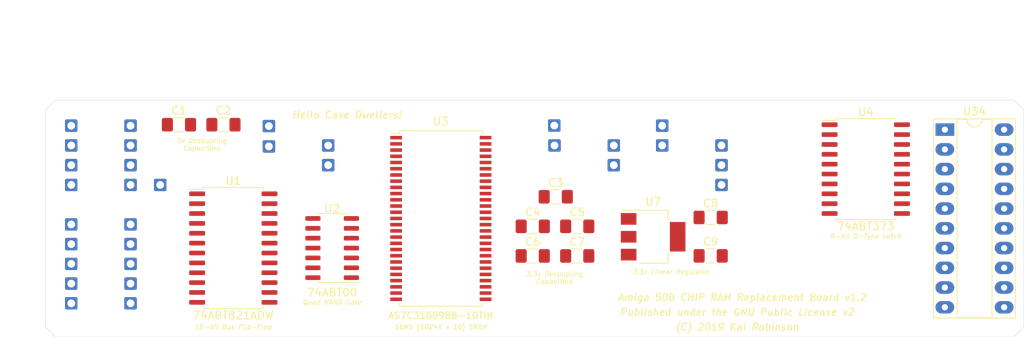
<source format=kicad_pcb>
(kicad_pcb (version 20171130) (host pcbnew "(5.1.2-1)-1")

  (general
    (thickness 1.6)
    (drawings 21)
    (tracks 0)
    (zones 0)
    (modules 47)
    (nets 68)
  )

  (page A4)
  (layers
    (0 F.Cu mixed)
    (31 B.Cu mixed)
    (33 F.Adhes user)
    (35 F.Paste user)
    (37 F.SilkS user)
    (38 B.Mask user)
    (39 F.Mask user)
    (40 Dwgs.User user)
    (41 Cmts.User user)
    (42 Eco1.User user)
    (43 Eco2.User user)
    (44 Edge.Cuts user)
    (45 Margin user)
    (46 B.CrtYd user)
    (47 F.CrtYd user)
    (49 F.Fab user hide)
  )

  (setup
    (last_trace_width 0.25)
    (trace_clearance 0.2)
    (zone_clearance 0.508)
    (zone_45_only no)
    (trace_min 0.2)
    (via_size 0.8)
    (via_drill 0.4)
    (via_min_size 0.4)
    (via_min_drill 0.3)
    (uvia_size 0.3)
    (uvia_drill 0.1)
    (uvias_allowed no)
    (uvia_min_size 0.2)
    (uvia_min_drill 0.1)
    (edge_width 0.05)
    (segment_width 0.2)
    (pcb_text_width 0.3)
    (pcb_text_size 1.5 1.5)
    (mod_edge_width 0.12)
    (mod_text_size 1 1)
    (mod_text_width 0.15)
    (pad_size 1.524 1.524)
    (pad_drill 0.762)
    (pad_to_mask_clearance 0.051)
    (solder_mask_min_width 0.25)
    (aux_axis_origin 0 0)
    (visible_elements FFFFFF7F)
    (pcbplotparams
      (layerselection 0x010e8_ffffffff)
      (usegerberextensions true)
      (usegerberattributes false)
      (usegerberadvancedattributes false)
      (creategerberjobfile false)
      (excludeedgelayer true)
      (linewidth 0.100000)
      (plotframeref false)
      (viasonmask false)
      (mode 1)
      (useauxorigin false)
      (hpglpennumber 1)
      (hpglpenspeed 20)
      (hpglpendiameter 15.000000)
      (psnegative false)
      (psa4output false)
      (plotreference true)
      (plotvalue true)
      (plotinvisibletext false)
      (padsonsilk false)
      (subtractmaskfromsilk false)
      (outputformat 1)
      (mirror false)
      (drillshape 0)
      (scaleselection 1)
      (outputdirectory "gerbers/"))
  )

  (net 0 "")
  (net 1 /d0)
  (net 2 /d1)
  (net 3 /d2)
  (net 4 /d3)
  (net 5 /d4)
  (net 6 /d5)
  (net 7 /d6)
  (net 8 /d7)
  (net 9 /_we)
  (net 10 /_bras0)
  (net 11 /a0)
  (net 12 /a1)
  (net 13 /a2)
  (net 14 /a3)
  (net 15 /gnd)
  (net 16 /a4)
  (net 17 /a5)
  (net 18 /a6)
  (net 19 /a7)
  (net 20 /a8)
  (net 21 /_ucas)
  (net 22 /_lcas)
  (net 23 /d8)
  (net 24 /d9)
  (net 25 /d10)
  (net 26 /d11)
  (net 27 /d12)
  (net 28 /d13)
  (net 29 /d14)
  (net 30 /d15)
  (net 31 /_bras1)
  (net 32 /vcc5)
  (net 33 /ma0)
  (net 34 /ma1)
  (net 35 /ma2)
  (net 36 /ma3)
  (net 37 /ma4)
  (net 38 /ma5)
  (net 39 /ma6)
  (net 40 /ma7)
  (net 41 /ma8)
  (net 42 /clk)
  (net 43 /_cas)
  (net 44 /_sramce)
  (net 45 "Net-(U1-Pad14)")
  (net 46 /8q)
  (net 47 /8d)
  (net 48 /7d)
  (net 49 /7q)
  (net 50 /6q)
  (net 51 /6d)
  (net 52 /5d)
  (net 53 /5q)
  (net 54 /u34_le)
  (net 55 /4q)
  (net 56 /4d)
  (net 57 /3d)
  (net 58 /3q)
  (net 59 /2q)
  (net 60 /2d)
  (net 61 /dra9)
  (net 62 /1q)
  (net 63 "Net-(U2-Pad11)")
  (net 64 /vcc33)
  (net 65 "Net-(U3-Pad16)")
  (net 66 "Net-(U3-Pad40)")
  (net 67 "Net-(U3-Pad43)")

  (net_class Default "This is the default net class."
    (clearance 0.2)
    (trace_width 0.25)
    (via_dia 0.8)
    (via_drill 0.4)
    (uvia_dia 0.3)
    (uvia_drill 0.1)
    (add_net /1q)
    (add_net /2d)
    (add_net /2q)
    (add_net /3d)
    (add_net /3q)
    (add_net /4d)
    (add_net /4q)
    (add_net /5d)
    (add_net /5q)
    (add_net /6d)
    (add_net /6q)
    (add_net /7d)
    (add_net /7q)
    (add_net /8d)
    (add_net /8q)
    (add_net /_bras0)
    (add_net /_bras1)
    (add_net /_cas)
    (add_net /_lcas)
    (add_net /_sramce)
    (add_net /_ucas)
    (add_net /_we)
    (add_net /a0)
    (add_net /a1)
    (add_net /a2)
    (add_net /a3)
    (add_net /a4)
    (add_net /a5)
    (add_net /a6)
    (add_net /a7)
    (add_net /a8)
    (add_net /clk)
    (add_net /d0)
    (add_net /d1)
    (add_net /d10)
    (add_net /d11)
    (add_net /d12)
    (add_net /d13)
    (add_net /d14)
    (add_net /d15)
    (add_net /d2)
    (add_net /d3)
    (add_net /d4)
    (add_net /d5)
    (add_net /d6)
    (add_net /d7)
    (add_net /d8)
    (add_net /d9)
    (add_net /dra9)
    (add_net /gnd)
    (add_net /ma0)
    (add_net /ma1)
    (add_net /ma2)
    (add_net /ma3)
    (add_net /ma4)
    (add_net /ma5)
    (add_net /ma6)
    (add_net /ma7)
    (add_net /ma8)
    (add_net /u34_le)
    (add_net /vcc33)
    (add_net /vcc5)
    (add_net "Net-(U1-Pad14)")
    (add_net "Net-(U2-Pad11)")
    (add_net "Net-(U3-Pad16)")
    (add_net "Net-(U3-Pad40)")
    (add_net "Net-(U3-Pad43)")
  )

  (module Connector_PinHeader_2.54mm:PinHeader_1x01_P2.54mm_Vertical (layer F.Cu) (tedit 5CE4981E) (tstamp 5CE444BA)
    (at 150.622 97.282)
    (descr "Through hole straight pin header, 1x01, 2.54mm pitch, single row")
    (tags "Through hole pin header THT 1x01 2.54mm single row")
    (path /5CFE86A9)
    (fp_text reference J28 (at 0 -2.33) (layer F.SilkS) hide
      (effects (font (size 1 1) (thickness 0.15)))
    )
    (fp_text value Conn_01x01 (at 0 2.33) (layer F.Fab)
      (effects (font (size 1 1) (thickness 0.15)))
    )
    (fp_line (start 1.8 -1.8) (end -1.8 -1.8) (layer F.CrtYd) (width 0.05))
    (fp_line (start 1.8 1.8) (end 1.8 -1.8) (layer F.CrtYd) (width 0.05))
    (fp_line (start -1.8 1.8) (end 1.8 1.8) (layer F.CrtYd) (width 0.05))
    (fp_line (start -1.8 -1.8) (end -1.8 1.8) (layer F.CrtYd) (width 0.05))
    (fp_line (start -1.27 -0.635) (end -0.635 -1.27) (layer F.Fab) (width 0.1))
    (fp_line (start -1.27 1.27) (end -1.27 -0.635) (layer F.Fab) (width 0.1))
    (fp_line (start 1.27 1.27) (end -1.27 1.27) (layer F.Fab) (width 0.1))
    (fp_line (start 1.27 -1.27) (end 1.27 1.27) (layer F.Fab) (width 0.1))
    (fp_line (start -0.635 -1.27) (end 1.27 -1.27) (layer F.Fab) (width 0.1))
    (fp_text user %R (at 0 0 90) (layer F.Fab)
      (effects (font (size 1 1) (thickness 0.15)))
    )
    (pad 1 thru_hole roundrect (at 0 0) (size 1.6 1.6) (drill 1) (layers *.Cu *.Mask) (roundrect_rratio 0.125)
      (net 16 /a4))
    (model ${KISYS3DMOD}/Connector_PinHeader_2.54mm.3dshapes/PinHeader_1x01_P2.54mm_Vertical.wrl
      (at (xyz 0 0 0))
      (scale (xyz 1 1 1))
      (rotate (xyz 0 0 0))
    )
  )

  (module Connector_PinHeader_2.54mm:PinHeader_1x01_P2.54mm_Vertical (layer F.Cu) (tedit 5CE4981E) (tstamp 5CE444CF)
    (at 150.622 94.742)
    (descr "Through hole straight pin header, 1x01, 2.54mm pitch, single row")
    (tags "Through hole pin header THT 1x01 2.54mm single row")
    (path /5CFF5FC0)
    (fp_text reference J29 (at 0 -2.33) (layer F.SilkS) hide
      (effects (font (size 1 1) (thickness 0.15)))
    )
    (fp_text value Conn_01x01 (at 0 2.33) (layer F.Fab)
      (effects (font (size 1 1) (thickness 0.15)))
    )
    (fp_line (start 1.8 -1.8) (end -1.8 -1.8) (layer F.CrtYd) (width 0.05))
    (fp_line (start 1.8 1.8) (end 1.8 -1.8) (layer F.CrtYd) (width 0.05))
    (fp_line (start -1.8 1.8) (end 1.8 1.8) (layer F.CrtYd) (width 0.05))
    (fp_line (start -1.8 -1.8) (end -1.8 1.8) (layer F.CrtYd) (width 0.05))
    (fp_line (start -1.27 -0.635) (end -0.635 -1.27) (layer F.Fab) (width 0.1))
    (fp_line (start -1.27 1.27) (end -1.27 -0.635) (layer F.Fab) (width 0.1))
    (fp_line (start 1.27 1.27) (end -1.27 1.27) (layer F.Fab) (width 0.1))
    (fp_line (start 1.27 -1.27) (end 1.27 1.27) (layer F.Fab) (width 0.1))
    (fp_line (start -0.635 -1.27) (end 1.27 -1.27) (layer F.Fab) (width 0.1))
    (fp_text user %R (at 0 0 90) (layer F.Fab)
      (effects (font (size 1 1) (thickness 0.15)))
    )
    (pad 1 thru_hole roundrect (at 0 0) (size 1.6 1.6) (drill 1) (layers *.Cu *.Mask) (roundrect_rratio 0.125)
      (net 17 /a5))
    (model ${KISYS3DMOD}/Connector_PinHeader_2.54mm.3dshapes/PinHeader_1x01_P2.54mm_Vertical.wrl
      (at (xyz 0 0 0))
      (scale (xyz 1 1 1))
      (rotate (xyz 0 0 0))
    )
  )

  (module Connector_PinHeader_2.54mm:PinHeader_1x01_P2.54mm_Vertical (layer F.Cu) (tedit 5CE4981E) (tstamp 5CE444E4)
    (at 150.622 92.202)
    (descr "Through hole straight pin header, 1x01, 2.54mm pitch, single row")
    (tags "Through hole pin header THT 1x01 2.54mm single row")
    (path /5D0037F0)
    (fp_text reference J30 (at 0 -2.33) (layer F.SilkS) hide
      (effects (font (size 1 1) (thickness 0.15)))
    )
    (fp_text value Conn_01x01 (at 0 2.33) (layer F.Fab)
      (effects (font (size 1 1) (thickness 0.15)))
    )
    (fp_line (start 1.8 -1.8) (end -1.8 -1.8) (layer F.CrtYd) (width 0.05))
    (fp_line (start 1.8 1.8) (end 1.8 -1.8) (layer F.CrtYd) (width 0.05))
    (fp_line (start -1.8 1.8) (end 1.8 1.8) (layer F.CrtYd) (width 0.05))
    (fp_line (start -1.8 -1.8) (end -1.8 1.8) (layer F.CrtYd) (width 0.05))
    (fp_line (start -1.27 -0.635) (end -0.635 -1.27) (layer F.Fab) (width 0.1))
    (fp_line (start -1.27 1.27) (end -1.27 -0.635) (layer F.Fab) (width 0.1))
    (fp_line (start 1.27 1.27) (end -1.27 1.27) (layer F.Fab) (width 0.1))
    (fp_line (start 1.27 -1.27) (end 1.27 1.27) (layer F.Fab) (width 0.1))
    (fp_line (start -0.635 -1.27) (end 1.27 -1.27) (layer F.Fab) (width 0.1))
    (fp_text user %R (at 0 0 90) (layer F.Fab)
      (effects (font (size 1 1) (thickness 0.15)))
    )
    (pad 1 thru_hole roundrect (at 0 0) (size 1.6 1.6) (drill 1) (layers *.Cu *.Mask) (roundrect_rratio 0.125)
      (net 18 /a6))
    (model ${KISYS3DMOD}/Connector_PinHeader_2.54mm.3dshapes/PinHeader_1x01_P2.54mm_Vertical.wrl
      (at (xyz 0 0 0))
      (scale (xyz 1 1 1))
      (rotate (xyz 0 0 0))
    )
  )

  (module Connector_PinHeader_2.54mm:PinHeader_1x01_P2.54mm_Vertical (layer F.Cu) (tedit 5CE4981E) (tstamp 5CE444F9)
    (at 150.622 89.662)
    (descr "Through hole straight pin header, 1x01, 2.54mm pitch, single row")
    (tags "Through hole pin header THT 1x01 2.54mm single row")
    (path /5D0110F2)
    (fp_text reference J31 (at 0 -2.33) (layer F.SilkS) hide
      (effects (font (size 1 1) (thickness 0.15)))
    )
    (fp_text value Conn_01x01 (at 0 2.33) (layer F.Fab)
      (effects (font (size 1 1) (thickness 0.15)))
    )
    (fp_line (start 1.8 -1.8) (end -1.8 -1.8) (layer F.CrtYd) (width 0.05))
    (fp_line (start 1.8 1.8) (end 1.8 -1.8) (layer F.CrtYd) (width 0.05))
    (fp_line (start -1.8 1.8) (end 1.8 1.8) (layer F.CrtYd) (width 0.05))
    (fp_line (start -1.8 -1.8) (end -1.8 1.8) (layer F.CrtYd) (width 0.05))
    (fp_line (start -1.27 -0.635) (end -0.635 -1.27) (layer F.Fab) (width 0.1))
    (fp_line (start -1.27 1.27) (end -1.27 -0.635) (layer F.Fab) (width 0.1))
    (fp_line (start 1.27 1.27) (end -1.27 1.27) (layer F.Fab) (width 0.1))
    (fp_line (start 1.27 -1.27) (end 1.27 1.27) (layer F.Fab) (width 0.1))
    (fp_line (start -0.635 -1.27) (end 1.27 -1.27) (layer F.Fab) (width 0.1))
    (fp_text user %R (at 0 0 90) (layer F.Fab)
      (effects (font (size 1 1) (thickness 0.15)))
    )
    (pad 1 thru_hole roundrect (at 0 0) (size 1.6 1.6) (drill 1) (layers *.Cu *.Mask) (roundrect_rratio 0.125)
      (net 19 /a7))
    (model ${KISYS3DMOD}/Connector_PinHeader_2.54mm.3dshapes/PinHeader_1x01_P2.54mm_Vertical.wrl
      (at (xyz 0 0 0))
      (scale (xyz 1 1 1))
      (rotate (xyz 0 0 0))
    )
  )

  (module Connector_PinHeader_2.54mm:PinHeader_1x01_P2.54mm_Vertical (layer F.Cu) (tedit 5CE4981E) (tstamp 5CE4450E)
    (at 150.622 87.122)
    (descr "Through hole straight pin header, 1x01, 2.54mm pitch, single row")
    (tags "Through hole pin header THT 1x01 2.54mm single row")
    (path /5D01E9F4)
    (fp_text reference J32 (at 0 -2.33) (layer F.SilkS) hide
      (effects (font (size 1 1) (thickness 0.15)))
    )
    (fp_text value Conn_01x01 (at 0 2.33) (layer F.Fab)
      (effects (font (size 1 1) (thickness 0.15)))
    )
    (fp_line (start 1.8 -1.8) (end -1.8 -1.8) (layer F.CrtYd) (width 0.05))
    (fp_line (start 1.8 1.8) (end 1.8 -1.8) (layer F.CrtYd) (width 0.05))
    (fp_line (start -1.8 1.8) (end 1.8 1.8) (layer F.CrtYd) (width 0.05))
    (fp_line (start -1.8 -1.8) (end -1.8 1.8) (layer F.CrtYd) (width 0.05))
    (fp_line (start -1.27 -0.635) (end -0.635 -1.27) (layer F.Fab) (width 0.1))
    (fp_line (start -1.27 1.27) (end -1.27 -0.635) (layer F.Fab) (width 0.1))
    (fp_line (start 1.27 1.27) (end -1.27 1.27) (layer F.Fab) (width 0.1))
    (fp_line (start 1.27 -1.27) (end 1.27 1.27) (layer F.Fab) (width 0.1))
    (fp_line (start -0.635 -1.27) (end 1.27 -1.27) (layer F.Fab) (width 0.1))
    (fp_text user %R (at 0 0 90) (layer F.Fab)
      (effects (font (size 1 1) (thickness 0.15)))
    )
    (pad 1 thru_hole roundrect (at 0 0) (size 1.6 1.6) (drill 1) (layers *.Cu *.Mask) (roundrect_rratio 0.125)
      (net 20 /a8))
    (model ${KISYS3DMOD}/Connector_PinHeader_2.54mm.3dshapes/PinHeader_1x01_P2.54mm_Vertical.wrl
      (at (xyz 0 0 0))
      (scale (xyz 1 1 1))
      (rotate (xyz 0 0 0))
    )
  )

  (module Connector_PinHeader_2.54mm:PinHeader_1x01_P2.54mm_Vertical (layer F.Cu) (tedit 5CE4981E) (tstamp 5CE443E8)
    (at 154.432 82.042)
    (descr "Through hole straight pin header, 1x01, 2.54mm pitch, single row")
    (tags "Through hole pin header THT 1x01 2.54mm single row")
    (path /5CF58F9D)
    (fp_text reference J18 (at 0 -2.33) (layer F.SilkS) hide
      (effects (font (size 1 1) (thickness 0.15)))
    )
    (fp_text value Conn_01x01 (at 0 2.33) (layer F.Fab) hide
      (effects (font (size 1 1) (thickness 0.15)))
    )
    (fp_line (start 1.8 -1.8) (end -1.8 -1.8) (layer F.CrtYd) (width 0.05))
    (fp_line (start 1.8 1.8) (end 1.8 -1.8) (layer F.CrtYd) (width 0.05))
    (fp_line (start -1.8 1.8) (end 1.8 1.8) (layer F.CrtYd) (width 0.05))
    (fp_line (start -1.8 -1.8) (end -1.8 1.8) (layer F.CrtYd) (width 0.05))
    (fp_line (start -1.27 -0.635) (end -0.635 -1.27) (layer F.Fab) (width 0.1))
    (fp_line (start -1.27 1.27) (end -1.27 -0.635) (layer F.Fab) (width 0.1))
    (fp_line (start 1.27 1.27) (end -1.27 1.27) (layer F.Fab) (width 0.1))
    (fp_line (start 1.27 -1.27) (end 1.27 1.27) (layer F.Fab) (width 0.1))
    (fp_line (start -0.635 -1.27) (end 1.27 -1.27) (layer F.Fab) (width 0.1))
    (fp_text user %R (at 0 0 90) (layer F.Fab) hide
      (effects (font (size 1 1) (thickness 0.15)))
    )
    (pad 1 thru_hole roundrect (at 0 0) (size 1.6 1.6) (drill 1) (layers *.Cu *.Mask) (roundrect_rratio 0.125)
      (net 31 /_bras1))
    (model ${KISYS3DMOD}/Connector_PinHeader_2.54mm.3dshapes/PinHeader_1x01_P2.54mm_Vertical.wrl
      (at (xyz 0 0 0))
      (scale (xyz 1 1 1))
      (rotate (xyz 0 0 0))
    )
  )

  (module Connector_PinHeader_2.54mm:PinHeader_1x01_P2.54mm_Vertical (layer F.Cu) (tedit 5CE4981E) (tstamp 5CE44427)
    (at 150.622 82.042)
    (descr "Through hole straight pin header, 1x01, 2.54mm pitch, single row")
    (tags "Through hole pin header THT 1x01 2.54mm single row")
    (path /5CF8919E)
    (fp_text reference J21 (at 0 -2.33) (layer F.SilkS) hide
      (effects (font (size 1 1) (thickness 0.15)))
    )
    (fp_text value Conn_01x01 (at 0 2.33) (layer F.Fab)
      (effects (font (size 1 1) (thickness 0.15)))
    )
    (fp_line (start 1.8 -1.8) (end -1.8 -1.8) (layer F.CrtYd) (width 0.05))
    (fp_line (start 1.8 1.8) (end 1.8 -1.8) (layer F.CrtYd) (width 0.05))
    (fp_line (start -1.8 1.8) (end 1.8 1.8) (layer F.CrtYd) (width 0.05))
    (fp_line (start -1.8 -1.8) (end -1.8 1.8) (layer F.CrtYd) (width 0.05))
    (fp_line (start -1.27 -0.635) (end -0.635 -1.27) (layer F.Fab) (width 0.1))
    (fp_line (start -1.27 1.27) (end -1.27 -0.635) (layer F.Fab) (width 0.1))
    (fp_line (start 1.27 1.27) (end -1.27 1.27) (layer F.Fab) (width 0.1))
    (fp_line (start 1.27 -1.27) (end 1.27 1.27) (layer F.Fab) (width 0.1))
    (fp_line (start -0.635 -1.27) (end 1.27 -1.27) (layer F.Fab) (width 0.1))
    (fp_text user %R (at 0 0 90) (layer F.Fab)
      (effects (font (size 1 1) (thickness 0.15)))
    )
    (pad 1 thru_hole roundrect (at 0 0) (size 1.6 1.6) (drill 1) (layers *.Cu *.Mask) (roundrect_rratio 0.125)
      (net 21 /_ucas))
    (model ${KISYS3DMOD}/Connector_PinHeader_2.54mm.3dshapes/PinHeader_1x01_P2.54mm_Vertical.wrl
      (at (xyz 0 0 0))
      (scale (xyz 1 1 1))
      (rotate (xyz 0 0 0))
    )
  )

  (module Connector_PinHeader_2.54mm:PinHeader_1x01_P2.54mm_Vertical (layer F.Cu) (tedit 5CE4981E) (tstamp 5CE44283)
    (at 226.568 79.502)
    (descr "Through hole straight pin header, 1x01, 2.54mm pitch, single row")
    (tags "Through hole pin header THT 1x01 2.54mm single row")
    (path /5CE7E24B)
    (fp_text reference J1 (at 0 -2.33) (layer F.SilkS) hide
      (effects (font (size 1 1) (thickness 0.15)))
    )
    (fp_text value Conn_01x01 (at 0 2.33) (layer F.Fab)
      (effects (font (size 1 1) (thickness 0.15)))
    )
    (fp_line (start 1.8 -1.8) (end -1.8 -1.8) (layer F.CrtYd) (width 0.05))
    (fp_line (start 1.8 1.8) (end 1.8 -1.8) (layer F.CrtYd) (width 0.05))
    (fp_line (start -1.8 1.8) (end 1.8 1.8) (layer F.CrtYd) (width 0.05))
    (fp_line (start -1.8 -1.8) (end -1.8 1.8) (layer F.CrtYd) (width 0.05))
    (fp_line (start -1.27 -0.635) (end -0.635 -1.27) (layer F.Fab) (width 0.1))
    (fp_line (start -1.27 1.27) (end -1.27 -0.635) (layer F.Fab) (width 0.1))
    (fp_line (start 1.27 1.27) (end -1.27 1.27) (layer F.Fab) (width 0.1))
    (fp_line (start 1.27 -1.27) (end 1.27 1.27) (layer F.Fab) (width 0.1))
    (fp_line (start -0.635 -1.27) (end 1.27 -1.27) (layer F.Fab) (width 0.1))
    (fp_text user %R (at 0 0 90) (layer F.Fab)
      (effects (font (size 1 1) (thickness 0.15)))
    )
    (pad 1 thru_hole roundrect (at 0 0) (size 1.6 1.6) (drill 1) (layers *.Cu *.Mask) (roundrect_rratio 0.125)
      (net 1 /d0))
    (model ${KISYS3DMOD}/Connector_PinHeader_2.54mm.3dshapes/PinHeader_1x01_P2.54mm_Vertical.wrl
      (at (xyz 0 0 0))
      (scale (xyz 1 1 1))
      (rotate (xyz 0 0 0))
    )
  )

  (module Connector_PinHeader_2.54mm:PinHeader_1x01_P2.54mm_Vertical (layer F.Cu) (tedit 5CE4981E) (tstamp 5CE44298)
    (at 218.948 76.962)
    (descr "Through hole straight pin header, 1x01, 2.54mm pitch, single row")
    (tags "Through hole pin header THT 1x01 2.54mm single row")
    (path /5CE7F5F9)
    (fp_text reference J2 (at 0 -2.33) (layer F.SilkS) hide
      (effects (font (size 1 1) (thickness 0.15)))
    )
    (fp_text value Conn_01x01 (at 0 2.33) (layer F.Fab)
      (effects (font (size 1 1) (thickness 0.15)))
    )
    (fp_line (start 1.8 -1.8) (end -1.8 -1.8) (layer F.CrtYd) (width 0.05))
    (fp_line (start 1.8 1.8) (end 1.8 -1.8) (layer F.CrtYd) (width 0.05))
    (fp_line (start -1.8 1.8) (end 1.8 1.8) (layer F.CrtYd) (width 0.05))
    (fp_line (start -1.8 -1.8) (end -1.8 1.8) (layer F.CrtYd) (width 0.05))
    (fp_line (start -1.27 -0.635) (end -0.635 -1.27) (layer F.Fab) (width 0.1))
    (fp_line (start -1.27 1.27) (end -1.27 -0.635) (layer F.Fab) (width 0.1))
    (fp_line (start 1.27 1.27) (end -1.27 1.27) (layer F.Fab) (width 0.1))
    (fp_line (start 1.27 -1.27) (end 1.27 1.27) (layer F.Fab) (width 0.1))
    (fp_line (start -0.635 -1.27) (end 1.27 -1.27) (layer F.Fab) (width 0.1))
    (fp_text user %R (at 0 0 90) (layer F.Fab)
      (effects (font (size 1 1) (thickness 0.15)))
    )
    (pad 1 thru_hole roundrect (at 0 0) (size 1.6 1.6) (drill 1) (layers *.Cu *.Mask) (roundrect_rratio 0.125)
      (net 2 /d1))
    (model ${KISYS3DMOD}/Connector_PinHeader_2.54mm.3dshapes/PinHeader_1x01_P2.54mm_Vertical.wrl
      (at (xyz 0 0 0))
      (scale (xyz 1 1 1))
      (rotate (xyz 0 0 0))
    )
  )

  (module Connector_PinHeader_2.54mm:PinHeader_1x01_P2.54mm_Vertical (layer F.Cu) (tedit 5CE4981E) (tstamp 5CE442AD)
    (at 226.568 76.962)
    (descr "Through hole straight pin header, 1x01, 2.54mm pitch, single row")
    (tags "Through hole pin header THT 1x01 2.54mm single row")
    (path /5CE8D147)
    (fp_text reference J3 (at 0 -2.33) (layer F.SilkS) hide
      (effects (font (size 1 1) (thickness 0.15)))
    )
    (fp_text value Conn_01x01 (at 0 2.33) (layer F.Fab)
      (effects (font (size 1 1) (thickness 0.15)))
    )
    (fp_line (start 1.8 -1.8) (end -1.8 -1.8) (layer F.CrtYd) (width 0.05))
    (fp_line (start 1.8 1.8) (end 1.8 -1.8) (layer F.CrtYd) (width 0.05))
    (fp_line (start -1.8 1.8) (end 1.8 1.8) (layer F.CrtYd) (width 0.05))
    (fp_line (start -1.8 -1.8) (end -1.8 1.8) (layer F.CrtYd) (width 0.05))
    (fp_line (start -1.27 -0.635) (end -0.635 -1.27) (layer F.Fab) (width 0.1))
    (fp_line (start -1.27 1.27) (end -1.27 -0.635) (layer F.Fab) (width 0.1))
    (fp_line (start 1.27 1.27) (end -1.27 1.27) (layer F.Fab) (width 0.1))
    (fp_line (start 1.27 -1.27) (end 1.27 1.27) (layer F.Fab) (width 0.1))
    (fp_line (start -0.635 -1.27) (end 1.27 -1.27) (layer F.Fab) (width 0.1))
    (fp_text user %R (at 0 0 90) (layer F.Fab)
      (effects (font (size 1 1) (thickness 0.15)))
    )
    (pad 1 thru_hole roundrect (at 0 0) (size 1.6 1.6) (drill 1) (layers *.Cu *.Mask) (roundrect_rratio 0.125)
      (net 3 /d2))
    (model ${KISYS3DMOD}/Connector_PinHeader_2.54mm.3dshapes/PinHeader_1x01_P2.54mm_Vertical.wrl
      (at (xyz 0 0 0))
      (scale (xyz 1 1 1))
      (rotate (xyz 0 0 0))
    )
  )

  (module Connector_PinHeader_2.54mm:PinHeader_1x01_P2.54mm_Vertical (layer F.Cu) (tedit 5CE4981E) (tstamp 5CE442C2)
    (at 218.948 74.422)
    (descr "Through hole straight pin header, 1x01, 2.54mm pitch, single row")
    (tags "Through hole pin header THT 1x01 2.54mm single row")
    (path /5CE9AADC)
    (fp_text reference J4 (at 0 -2.33) (layer F.SilkS) hide
      (effects (font (size 1 1) (thickness 0.15)))
    )
    (fp_text value Conn_01x01 (at 0 2.33) (layer F.Fab)
      (effects (font (size 1 1) (thickness 0.15)))
    )
    (fp_line (start 1.8 -1.8) (end -1.8 -1.8) (layer F.CrtYd) (width 0.05))
    (fp_line (start 1.8 1.8) (end 1.8 -1.8) (layer F.CrtYd) (width 0.05))
    (fp_line (start -1.8 1.8) (end 1.8 1.8) (layer F.CrtYd) (width 0.05))
    (fp_line (start -1.8 -1.8) (end -1.8 1.8) (layer F.CrtYd) (width 0.05))
    (fp_line (start -1.27 -0.635) (end -0.635 -1.27) (layer F.Fab) (width 0.1))
    (fp_line (start -1.27 1.27) (end -1.27 -0.635) (layer F.Fab) (width 0.1))
    (fp_line (start 1.27 1.27) (end -1.27 1.27) (layer F.Fab) (width 0.1))
    (fp_line (start 1.27 -1.27) (end 1.27 1.27) (layer F.Fab) (width 0.1))
    (fp_line (start -0.635 -1.27) (end 1.27 -1.27) (layer F.Fab) (width 0.1))
    (fp_text user %R (at 0 0 90) (layer F.Fab)
      (effects (font (size 1 1) (thickness 0.15)))
    )
    (pad 1 thru_hole roundrect (at 0 0) (size 1.6 1.6) (drill 1) (layers *.Cu *.Mask) (roundrect_rratio 0.125)
      (net 4 /d3))
    (model ${KISYS3DMOD}/Connector_PinHeader_2.54mm.3dshapes/PinHeader_1x01_P2.54mm_Vertical.wrl
      (at (xyz 0 0 0))
      (scale (xyz 1 1 1))
      (rotate (xyz 0 0 0))
    )
  )

  (module Connector_PinHeader_2.54mm:PinHeader_1x01_P2.54mm_Vertical (layer F.Cu) (tedit 5CE4981E) (tstamp 5CE442D7)
    (at 212.725 79.502)
    (descr "Through hole straight pin header, 1x01, 2.54mm pitch, single row")
    (tags "Through hole pin header THT 1x01 2.54mm single row")
    (path /5CEA8504)
    (fp_text reference J5 (at 0 -2.33) (layer F.SilkS) hide
      (effects (font (size 1 1) (thickness 0.15)))
    )
    (fp_text value Conn_01x01 (at 0 2.33) (layer F.Fab)
      (effects (font (size 1 1) (thickness 0.15)))
    )
    (fp_line (start 1.8 -1.8) (end -1.8 -1.8) (layer F.CrtYd) (width 0.05))
    (fp_line (start 1.8 1.8) (end 1.8 -1.8) (layer F.CrtYd) (width 0.05))
    (fp_line (start -1.8 1.8) (end 1.8 1.8) (layer F.CrtYd) (width 0.05))
    (fp_line (start -1.8 -1.8) (end -1.8 1.8) (layer F.CrtYd) (width 0.05))
    (fp_line (start -1.27 -0.635) (end -0.635 -1.27) (layer F.Fab) (width 0.1))
    (fp_line (start -1.27 1.27) (end -1.27 -0.635) (layer F.Fab) (width 0.1))
    (fp_line (start 1.27 1.27) (end -1.27 1.27) (layer F.Fab) (width 0.1))
    (fp_line (start 1.27 -1.27) (end 1.27 1.27) (layer F.Fab) (width 0.1))
    (fp_line (start -0.635 -1.27) (end 1.27 -1.27) (layer F.Fab) (width 0.1))
    (fp_text user %R (at 0 0 90) (layer F.Fab)
      (effects (font (size 1 1) (thickness 0.15)))
    )
    (pad 1 thru_hole roundrect (at 0 0) (size 1.6 1.6) (drill 1) (layers *.Cu *.Mask) (roundrect_rratio 0.125)
      (net 5 /d4))
    (model ${KISYS3DMOD}/Connector_PinHeader_2.54mm.3dshapes/PinHeader_1x01_P2.54mm_Vertical.wrl
      (at (xyz 0 0 0))
      (scale (xyz 1 1 1))
      (rotate (xyz 0 0 0))
    )
  )

  (module Connector_PinHeader_2.54mm:PinHeader_1x01_P2.54mm_Vertical (layer F.Cu) (tedit 5CE4981E) (tstamp 5CE442EC)
    (at 205.105 76.962)
    (descr "Through hole straight pin header, 1x01, 2.54mm pitch, single row")
    (tags "Through hole pin header THT 1x01 2.54mm single row")
    (path /5CEB5DF1)
    (fp_text reference J6 (at 0 -2.33) (layer F.SilkS) hide
      (effects (font (size 1 1) (thickness 0.15)))
    )
    (fp_text value Conn_01x01 (at 0 2.33) (layer F.Fab)
      (effects (font (size 1 1) (thickness 0.15)))
    )
    (fp_line (start 1.8 -1.8) (end -1.8 -1.8) (layer F.CrtYd) (width 0.05))
    (fp_line (start 1.8 1.8) (end 1.8 -1.8) (layer F.CrtYd) (width 0.05))
    (fp_line (start -1.8 1.8) (end 1.8 1.8) (layer F.CrtYd) (width 0.05))
    (fp_line (start -1.8 -1.8) (end -1.8 1.8) (layer F.CrtYd) (width 0.05))
    (fp_line (start -1.27 -0.635) (end -0.635 -1.27) (layer F.Fab) (width 0.1))
    (fp_line (start -1.27 1.27) (end -1.27 -0.635) (layer F.Fab) (width 0.1))
    (fp_line (start 1.27 1.27) (end -1.27 1.27) (layer F.Fab) (width 0.1))
    (fp_line (start 1.27 -1.27) (end 1.27 1.27) (layer F.Fab) (width 0.1))
    (fp_line (start -0.635 -1.27) (end 1.27 -1.27) (layer F.Fab) (width 0.1))
    (fp_text user %R (at 0 0 90) (layer F.Fab)
      (effects (font (size 1 1) (thickness 0.15)))
    )
    (pad 1 thru_hole roundrect (at 0 0) (size 1.6 1.6) (drill 1) (layers *.Cu *.Mask) (roundrect_rratio 0.125)
      (net 6 /d5))
    (model ${KISYS3DMOD}/Connector_PinHeader_2.54mm.3dshapes/PinHeader_1x01_P2.54mm_Vertical.wrl
      (at (xyz 0 0 0))
      (scale (xyz 1 1 1))
      (rotate (xyz 0 0 0))
    )
  )

  (module Connector_PinHeader_2.54mm:PinHeader_1x01_P2.54mm_Vertical (layer F.Cu) (tedit 5CE4981E) (tstamp 5CE44301)
    (at 212.725 76.962)
    (descr "Through hole straight pin header, 1x01, 2.54mm pitch, single row")
    (tags "Through hole pin header THT 1x01 2.54mm single row")
    (path /5CEC36C9)
    (fp_text reference J7 (at 0 -2.33) (layer F.SilkS) hide
      (effects (font (size 1 1) (thickness 0.15)))
    )
    (fp_text value Conn_01x01 (at 0 2.33) (layer F.Fab)
      (effects (font (size 1 1) (thickness 0.15)))
    )
    (fp_line (start 1.8 -1.8) (end -1.8 -1.8) (layer F.CrtYd) (width 0.05))
    (fp_line (start 1.8 1.8) (end 1.8 -1.8) (layer F.CrtYd) (width 0.05))
    (fp_line (start -1.8 1.8) (end 1.8 1.8) (layer F.CrtYd) (width 0.05))
    (fp_line (start -1.8 -1.8) (end -1.8 1.8) (layer F.CrtYd) (width 0.05))
    (fp_line (start -1.27 -0.635) (end -0.635 -1.27) (layer F.Fab) (width 0.1))
    (fp_line (start -1.27 1.27) (end -1.27 -0.635) (layer F.Fab) (width 0.1))
    (fp_line (start 1.27 1.27) (end -1.27 1.27) (layer F.Fab) (width 0.1))
    (fp_line (start 1.27 -1.27) (end 1.27 1.27) (layer F.Fab) (width 0.1))
    (fp_line (start -0.635 -1.27) (end 1.27 -1.27) (layer F.Fab) (width 0.1))
    (fp_text user %R (at 0 0 90) (layer F.Fab)
      (effects (font (size 1 1) (thickness 0.15)))
    )
    (pad 1 thru_hole roundrect (at 0 0) (size 1.6 1.6) (drill 1) (layers *.Cu *.Mask) (roundrect_rratio 0.125)
      (net 7 /d6))
    (model ${KISYS3DMOD}/Connector_PinHeader_2.54mm.3dshapes/PinHeader_1x01_P2.54mm_Vertical.wrl
      (at (xyz 0 0 0))
      (scale (xyz 1 1 1))
      (rotate (xyz 0 0 0))
    )
  )

  (module Connector_PinHeader_2.54mm:PinHeader_1x01_P2.54mm_Vertical (layer F.Cu) (tedit 5CE4981E) (tstamp 5CE44316)
    (at 205.08 74.3966)
    (descr "Through hole straight pin header, 1x01, 2.54mm pitch, single row")
    (tags "Through hole pin header THT 1x01 2.54mm single row")
    (path /5CED0FA1)
    (fp_text reference J8 (at 0 -2.33) (layer F.SilkS) hide
      (effects (font (size 1 1) (thickness 0.15)))
    )
    (fp_text value Conn_01x01 (at 0 2.33) (layer F.Fab)
      (effects (font (size 1 1) (thickness 0.15)))
    )
    (fp_line (start 1.8 -1.8) (end -1.8 -1.8) (layer F.CrtYd) (width 0.05))
    (fp_line (start 1.8 1.8) (end 1.8 -1.8) (layer F.CrtYd) (width 0.05))
    (fp_line (start -1.8 1.8) (end 1.8 1.8) (layer F.CrtYd) (width 0.05))
    (fp_line (start -1.8 -1.8) (end -1.8 1.8) (layer F.CrtYd) (width 0.05))
    (fp_line (start -1.27 -0.635) (end -0.635 -1.27) (layer F.Fab) (width 0.1))
    (fp_line (start -1.27 1.27) (end -1.27 -0.635) (layer F.Fab) (width 0.1))
    (fp_line (start 1.27 1.27) (end -1.27 1.27) (layer F.Fab) (width 0.1))
    (fp_line (start 1.27 -1.27) (end 1.27 1.27) (layer F.Fab) (width 0.1))
    (fp_line (start -0.635 -1.27) (end 1.27 -1.27) (layer F.Fab) (width 0.1))
    (fp_text user %R (at 0 0 90) (layer F.Fab)
      (effects (font (size 1 1) (thickness 0.15)))
    )
    (pad 1 thru_hole roundrect (at 0 0) (size 1.6 1.6) (drill 1) (layers *.Cu *.Mask) (roundrect_rratio 0.125)
      (net 8 /d7))
    (model ${KISYS3DMOD}/Connector_PinHeader_2.54mm.3dshapes/PinHeader_1x01_P2.54mm_Vertical.wrl
      (at (xyz 0 0 0))
      (scale (xyz 1 1 1))
      (rotate (xyz 0 0 0))
    )
  )

  (module Connector_PinHeader_2.54mm:PinHeader_1x01_P2.54mm_Vertical (layer F.Cu) (tedit 5CE4981E) (tstamp 5CE4432B)
    (at 176.022 79.502)
    (descr "Through hole straight pin header, 1x01, 2.54mm pitch, single row")
    (tags "Through hole pin header THT 1x01 2.54mm single row")
    (path /5CEDE7BC)
    (fp_text reference J9 (at 0 -2.33) (layer F.SilkS) hide
      (effects (font (size 1 1) (thickness 0.15)))
    )
    (fp_text value Conn_01x01 (at 0 2.33) (layer F.Fab)
      (effects (font (size 1 1) (thickness 0.15)))
    )
    (fp_line (start 1.8 -1.8) (end -1.8 -1.8) (layer F.CrtYd) (width 0.05))
    (fp_line (start 1.8 1.8) (end 1.8 -1.8) (layer F.CrtYd) (width 0.05))
    (fp_line (start -1.8 1.8) (end 1.8 1.8) (layer F.CrtYd) (width 0.05))
    (fp_line (start -1.8 -1.8) (end -1.8 1.8) (layer F.CrtYd) (width 0.05))
    (fp_line (start -1.27 -0.635) (end -0.635 -1.27) (layer F.Fab) (width 0.1))
    (fp_line (start -1.27 1.27) (end -1.27 -0.635) (layer F.Fab) (width 0.1))
    (fp_line (start 1.27 1.27) (end -1.27 1.27) (layer F.Fab) (width 0.1))
    (fp_line (start 1.27 -1.27) (end 1.27 1.27) (layer F.Fab) (width 0.1))
    (fp_line (start -0.635 -1.27) (end 1.27 -1.27) (layer F.Fab) (width 0.1))
    (fp_text user %R (at 0 0 90) (layer F.Fab)
      (effects (font (size 1 1) (thickness 0.15)))
    )
    (pad 1 thru_hole roundrect (at 0 0) (size 1.6 1.6) (drill 1) (layers *.Cu *.Mask) (roundrect_rratio 0.125)
      (net 23 /d8))
    (model ${KISYS3DMOD}/Connector_PinHeader_2.54mm.3dshapes/PinHeader_1x01_P2.54mm_Vertical.wrl
      (at (xyz 0 0 0))
      (scale (xyz 1 1 1))
      (rotate (xyz 0 0 0))
    )
  )

  (module Connector_PinHeader_2.54mm:PinHeader_1x01_P2.54mm_Vertical (layer F.Cu) (tedit 5CE4981E) (tstamp 5CE44340)
    (at 168.402 77.089)
    (descr "Through hole straight pin header, 1x01, 2.54mm pitch, single row")
    (tags "Through hole pin header THT 1x01 2.54mm single row")
    (path /5CEEC0D3)
    (fp_text reference J10 (at 0 -2.33) (layer F.SilkS) hide
      (effects (font (size 1 1) (thickness 0.15)))
    )
    (fp_text value Conn_01x01 (at 0 2.33) (layer F.Fab)
      (effects (font (size 1 1) (thickness 0.15)))
    )
    (fp_line (start 1.8 -1.8) (end -1.8 -1.8) (layer F.CrtYd) (width 0.05))
    (fp_line (start 1.8 1.8) (end 1.8 -1.8) (layer F.CrtYd) (width 0.05))
    (fp_line (start -1.8 1.8) (end 1.8 1.8) (layer F.CrtYd) (width 0.05))
    (fp_line (start -1.8 -1.8) (end -1.8 1.8) (layer F.CrtYd) (width 0.05))
    (fp_line (start -1.27 -0.635) (end -0.635 -1.27) (layer F.Fab) (width 0.1))
    (fp_line (start -1.27 1.27) (end -1.27 -0.635) (layer F.Fab) (width 0.1))
    (fp_line (start 1.27 1.27) (end -1.27 1.27) (layer F.Fab) (width 0.1))
    (fp_line (start 1.27 -1.27) (end 1.27 1.27) (layer F.Fab) (width 0.1))
    (fp_line (start -0.635 -1.27) (end 1.27 -1.27) (layer F.Fab) (width 0.1))
    (fp_text user %R (at 0 0 90) (layer F.Fab)
      (effects (font (size 1 1) (thickness 0.15)))
    )
    (pad 1 thru_hole roundrect (at 0 0) (size 1.6 1.6) (drill 1) (layers *.Cu *.Mask) (roundrect_rratio 0.125)
      (net 24 /d9))
    (model ${KISYS3DMOD}/Connector_PinHeader_2.54mm.3dshapes/PinHeader_1x01_P2.54mm_Vertical.wrl
      (at (xyz 0 0 0))
      (scale (xyz 1 1 1))
      (rotate (xyz 0 0 0))
    )
  )

  (module Connector_PinHeader_2.54mm:PinHeader_1x01_P2.54mm_Vertical (layer F.Cu) (tedit 5CE4981E) (tstamp 5CE44355)
    (at 176.022 76.962)
    (descr "Through hole straight pin header, 1x01, 2.54mm pitch, single row")
    (tags "Through hole pin header THT 1x01 2.54mm single row")
    (path /5CEF9B8E)
    (fp_text reference J11 (at 0 -2.33) (layer F.SilkS) hide
      (effects (font (size 1 1) (thickness 0.15)))
    )
    (fp_text value Conn_01x01 (at 0 2.33) (layer F.Fab)
      (effects (font (size 1 1) (thickness 0.15)))
    )
    (fp_line (start 1.8 -1.8) (end -1.8 -1.8) (layer F.CrtYd) (width 0.05))
    (fp_line (start 1.8 1.8) (end 1.8 -1.8) (layer F.CrtYd) (width 0.05))
    (fp_line (start -1.8 1.8) (end 1.8 1.8) (layer F.CrtYd) (width 0.05))
    (fp_line (start -1.8 -1.8) (end -1.8 1.8) (layer F.CrtYd) (width 0.05))
    (fp_line (start -1.27 -0.635) (end -0.635 -1.27) (layer F.Fab) (width 0.1))
    (fp_line (start -1.27 1.27) (end -1.27 -0.635) (layer F.Fab) (width 0.1))
    (fp_line (start 1.27 1.27) (end -1.27 1.27) (layer F.Fab) (width 0.1))
    (fp_line (start 1.27 -1.27) (end 1.27 1.27) (layer F.Fab) (width 0.1))
    (fp_line (start -0.635 -1.27) (end 1.27 -1.27) (layer F.Fab) (width 0.1))
    (fp_text user %R (at 0 0 90) (layer F.Fab)
      (effects (font (size 1 1) (thickness 0.15)))
    )
    (pad 1 thru_hole roundrect (at 0 0) (size 1.6 1.6) (drill 1) (layers *.Cu *.Mask) (roundrect_rratio 0.125)
      (net 25 /d10))
    (model ${KISYS3DMOD}/Connector_PinHeader_2.54mm.3dshapes/PinHeader_1x01_P2.54mm_Vertical.wrl
      (at (xyz 0 0 0))
      (scale (xyz 1 1 1))
      (rotate (xyz 0 0 0))
    )
  )

  (module Connector_PinHeader_2.54mm:PinHeader_1x01_P2.54mm_Vertical (layer F.Cu) (tedit 5CE4981E) (tstamp 5CE4436A)
    (at 168.402 74.473)
    (descr "Through hole straight pin header, 1x01, 2.54mm pitch, single row")
    (tags "Through hole pin header THT 1x01 2.54mm single row")
    (path /5CF075E0)
    (fp_text reference J12 (at 0 -2.33) (layer F.SilkS) hide
      (effects (font (size 1 1) (thickness 0.15)))
    )
    (fp_text value Conn_01x01 (at 0 2.33) (layer F.Fab)
      (effects (font (size 1 1) (thickness 0.15)))
    )
    (fp_line (start 1.8 -1.8) (end -1.8 -1.8) (layer F.CrtYd) (width 0.05))
    (fp_line (start 1.8 1.8) (end 1.8 -1.8) (layer F.CrtYd) (width 0.05))
    (fp_line (start -1.8 1.8) (end 1.8 1.8) (layer F.CrtYd) (width 0.05))
    (fp_line (start -1.8 -1.8) (end -1.8 1.8) (layer F.CrtYd) (width 0.05))
    (fp_line (start -1.27 -0.635) (end -0.635 -1.27) (layer F.Fab) (width 0.1))
    (fp_line (start -1.27 1.27) (end -1.27 -0.635) (layer F.Fab) (width 0.1))
    (fp_line (start 1.27 1.27) (end -1.27 1.27) (layer F.Fab) (width 0.1))
    (fp_line (start 1.27 -1.27) (end 1.27 1.27) (layer F.Fab) (width 0.1))
    (fp_line (start -0.635 -1.27) (end 1.27 -1.27) (layer F.Fab) (width 0.1))
    (fp_text user %R (at 0 0 90) (layer F.Fab)
      (effects (font (size 1 1) (thickness 0.15)))
    )
    (pad 1 thru_hole roundrect (at 0 0) (size 1.6 1.6) (drill 1) (layers *.Cu *.Mask) (roundrect_rratio 0.125)
      (net 26 /d11))
    (model ${KISYS3DMOD}/Connector_PinHeader_2.54mm.3dshapes/PinHeader_1x01_P2.54mm_Vertical.wrl
      (at (xyz 0 0 0))
      (scale (xyz 1 1 1))
      (rotate (xyz 0 0 0))
    )
  )

  (module Connector_PinHeader_2.54mm:PinHeader_1x01_P2.54mm_Vertical (layer F.Cu) (tedit 5CE4981E) (tstamp 5CE45CCC)
    (at 150.622 79.502)
    (descr "Through hole straight pin header, 1x01, 2.54mm pitch, single row")
    (tags "Through hole pin header THT 1x01 2.54mm single row")
    (path /5CF1512E)
    (fp_text reference J13 (at 0 -2.33) (layer F.SilkS) hide
      (effects (font (size 1 1) (thickness 0.15)))
    )
    (fp_text value Conn_01x01 (at 0 2.33) (layer F.Fab)
      (effects (font (size 1 1) (thickness 0.15)))
    )
    (fp_line (start 1.8 -1.8) (end -1.8 -1.8) (layer F.CrtYd) (width 0.05))
    (fp_line (start 1.8 1.8) (end 1.8 -1.8) (layer F.CrtYd) (width 0.05))
    (fp_line (start -1.8 1.8) (end 1.8 1.8) (layer F.CrtYd) (width 0.05))
    (fp_line (start -1.8 -1.8) (end -1.8 1.8) (layer F.CrtYd) (width 0.05))
    (fp_line (start -1.27 -0.635) (end -0.635 -1.27) (layer F.Fab) (width 0.1))
    (fp_line (start -1.27 1.27) (end -1.27 -0.635) (layer F.Fab) (width 0.1))
    (fp_line (start 1.27 1.27) (end -1.27 1.27) (layer F.Fab) (width 0.1))
    (fp_line (start 1.27 -1.27) (end 1.27 1.27) (layer F.Fab) (width 0.1))
    (fp_line (start -0.635 -1.27) (end 1.27 -1.27) (layer F.Fab) (width 0.1))
    (fp_text user %R (at 0 0 90) (layer F.Fab)
      (effects (font (size 1 1) (thickness 0.15)))
    )
    (pad 1 thru_hole roundrect (at 0 0) (size 1.6 1.6) (drill 1) (layers *.Cu *.Mask) (roundrect_rratio 0.125)
      (net 27 /d12))
    (model ${KISYS3DMOD}/Connector_PinHeader_2.54mm.3dshapes/PinHeader_1x01_P2.54mm_Vertical.wrl
      (at (xyz 0 0 0))
      (scale (xyz 1 1 1))
      (rotate (xyz 0 0 0))
    )
  )

  (module Connector_PinHeader_2.54mm:PinHeader_1x01_P2.54mm_Vertical (layer F.Cu) (tedit 5CE4981E) (tstamp 5CE44394)
    (at 143.002 76.962)
    (descr "Through hole straight pin header, 1x01, 2.54mm pitch, single row")
    (tags "Through hole pin header THT 1x01 2.54mm single row")
    (path /5CF22A45)
    (fp_text reference J14 (at 0 -2.33) (layer F.SilkS) hide
      (effects (font (size 1 1) (thickness 0.15)))
    )
    (fp_text value Conn_01x01 (at 0 2.33) (layer F.Fab)
      (effects (font (size 1 1) (thickness 0.15)))
    )
    (fp_line (start 1.8 -1.8) (end -1.8 -1.8) (layer F.CrtYd) (width 0.05))
    (fp_line (start 1.8 1.8) (end 1.8 -1.8) (layer F.CrtYd) (width 0.05))
    (fp_line (start -1.8 1.8) (end 1.8 1.8) (layer F.CrtYd) (width 0.05))
    (fp_line (start -1.8 -1.8) (end -1.8 1.8) (layer F.CrtYd) (width 0.05))
    (fp_line (start -1.27 -0.635) (end -0.635 -1.27) (layer F.Fab) (width 0.1))
    (fp_line (start -1.27 1.27) (end -1.27 -0.635) (layer F.Fab) (width 0.1))
    (fp_line (start 1.27 1.27) (end -1.27 1.27) (layer F.Fab) (width 0.1))
    (fp_line (start 1.27 -1.27) (end 1.27 1.27) (layer F.Fab) (width 0.1))
    (fp_line (start -0.635 -1.27) (end 1.27 -1.27) (layer F.Fab) (width 0.1))
    (fp_text user %R (at 0 0 90) (layer F.Fab)
      (effects (font (size 1 1) (thickness 0.15)))
    )
    (pad 1 thru_hole roundrect (at 0 0) (size 1.6 1.6) (drill 1) (layers *.Cu *.Mask) (roundrect_rratio 0.125)
      (net 28 /d13))
    (model ${KISYS3DMOD}/Connector_PinHeader_2.54mm.3dshapes/PinHeader_1x01_P2.54mm_Vertical.wrl
      (at (xyz 0 0 0))
      (scale (xyz 1 1 1))
      (rotate (xyz 0 0 0))
    )
  )

  (module Connector_PinHeader_2.54mm:PinHeader_1x01_P2.54mm_Vertical (layer F.Cu) (tedit 5CE4981E) (tstamp 5CE44A4D)
    (at 150.622 76.962)
    (descr "Through hole straight pin header, 1x01, 2.54mm pitch, single row")
    (tags "Through hole pin header THT 1x01 2.54mm single row")
    (path /5CF302DE)
    (fp_text reference J15 (at 0 -2.33) (layer F.SilkS) hide
      (effects (font (size 1 1) (thickness 0.15)))
    )
    (fp_text value Conn_01x01 (at 0 2.33) (layer F.Fab)
      (effects (font (size 1 1) (thickness 0.15)))
    )
    (fp_line (start 1.8 -1.8) (end -1.8 -1.8) (layer F.CrtYd) (width 0.05))
    (fp_line (start 1.8 1.8) (end 1.8 -1.8) (layer F.CrtYd) (width 0.05))
    (fp_line (start -1.8 1.8) (end 1.8 1.8) (layer F.CrtYd) (width 0.05))
    (fp_line (start -1.8 -1.8) (end -1.8 1.8) (layer F.CrtYd) (width 0.05))
    (fp_line (start -1.27 -0.635) (end -0.635 -1.27) (layer F.Fab) (width 0.1))
    (fp_line (start -1.27 1.27) (end -1.27 -0.635) (layer F.Fab) (width 0.1))
    (fp_line (start 1.27 1.27) (end -1.27 1.27) (layer F.Fab) (width 0.1))
    (fp_line (start 1.27 -1.27) (end 1.27 1.27) (layer F.Fab) (width 0.1))
    (fp_line (start -0.635 -1.27) (end 1.27 -1.27) (layer F.Fab) (width 0.1))
    (fp_text user %R (at 0 0 90) (layer F.Fab)
      (effects (font (size 1 1) (thickness 0.15)))
    )
    (pad 1 thru_hole roundrect (at 0 0) (size 1.6 1.6) (drill 1) (layers *.Cu *.Mask) (roundrect_rratio 0.125)
      (net 29 /d14))
    (model ${KISYS3DMOD}/Connector_PinHeader_2.54mm.3dshapes/PinHeader_1x01_P2.54mm_Vertical.wrl
      (at (xyz 0 0 0))
      (scale (xyz 1 1 1))
      (rotate (xyz 0 0 0))
    )
  )

  (module Connector_PinHeader_2.54mm:PinHeader_1x01_P2.54mm_Vertical (layer F.Cu) (tedit 5CE4981E) (tstamp 5CE4528E)
    (at 143.002 74.422)
    (descr "Through hole straight pin header, 1x01, 2.54mm pitch, single row")
    (tags "Through hole pin header THT 1x01 2.54mm single row")
    (path /5CF3DB0E)
    (fp_text reference J16 (at 0 -2.33) (layer F.SilkS) hide
      (effects (font (size 1 1) (thickness 0.15)))
    )
    (fp_text value Conn_01x01 (at 0 2.33) (layer F.Fab)
      (effects (font (size 1 1) (thickness 0.15)))
    )
    (fp_line (start 1.8 -1.8) (end -1.8 -1.8) (layer F.CrtYd) (width 0.05))
    (fp_line (start 1.8 1.8) (end 1.8 -1.8) (layer F.CrtYd) (width 0.05))
    (fp_line (start -1.8 1.8) (end 1.8 1.8) (layer F.CrtYd) (width 0.05))
    (fp_line (start -1.8 -1.8) (end -1.8 1.8) (layer F.CrtYd) (width 0.05))
    (fp_line (start -1.27 -0.635) (end -0.635 -1.27) (layer F.Fab) (width 0.1))
    (fp_line (start -1.27 1.27) (end -1.27 -0.635) (layer F.Fab) (width 0.1))
    (fp_line (start 1.27 1.27) (end -1.27 1.27) (layer F.Fab) (width 0.1))
    (fp_line (start 1.27 -1.27) (end 1.27 1.27) (layer F.Fab) (width 0.1))
    (fp_line (start -0.635 -1.27) (end 1.27 -1.27) (layer F.Fab) (width 0.1))
    (fp_text user %R (at 0 0 90) (layer F.Fab)
      (effects (font (size 1 1) (thickness 0.15)))
    )
    (pad 1 thru_hole roundrect (at 0 0) (size 1.6 1.6) (drill 1) (layers *.Cu *.Mask) (roundrect_rratio 0.125)
      (net 30 /d15))
    (model ${KISYS3DMOD}/Connector_PinHeader_2.54mm.3dshapes/PinHeader_1x01_P2.54mm_Vertical.wrl
      (at (xyz 0 0 0))
      (scale (xyz 1 1 1))
      (rotate (xyz 0 0 0))
    )
  )

  (module Connector_PinHeader_2.54mm:PinHeader_1x01_P2.54mm_Vertical (layer F.Cu) (tedit 5CE4981E) (tstamp 5CE443D3)
    (at 143.002 82.042)
    (descr "Through hole straight pin header, 1x01, 2.54mm pitch, single row")
    (tags "Through hole pin header THT 1x01 2.54mm single row")
    (path /5CF4B410)
    (fp_text reference J17 (at 0 -2.33) (layer F.SilkS) hide
      (effects (font (size 1 1) (thickness 0.15)))
    )
    (fp_text value Conn_01x01 (at 0 2.33) (layer F.Fab)
      (effects (font (size 1 1) (thickness 0.15)))
    )
    (fp_line (start 1.8 -1.8) (end -1.8 -1.8) (layer F.CrtYd) (width 0.05))
    (fp_line (start 1.8 1.8) (end 1.8 -1.8) (layer F.CrtYd) (width 0.05))
    (fp_line (start -1.8 1.8) (end 1.8 1.8) (layer F.CrtYd) (width 0.05))
    (fp_line (start -1.8 -1.8) (end -1.8 1.8) (layer F.CrtYd) (width 0.05))
    (fp_line (start -1.27 -0.635) (end -0.635 -1.27) (layer F.Fab) (width 0.1))
    (fp_line (start -1.27 1.27) (end -1.27 -0.635) (layer F.Fab) (width 0.1))
    (fp_line (start 1.27 1.27) (end -1.27 1.27) (layer F.Fab) (width 0.1))
    (fp_line (start 1.27 -1.27) (end 1.27 1.27) (layer F.Fab) (width 0.1))
    (fp_line (start -0.635 -1.27) (end 1.27 -1.27) (layer F.Fab) (width 0.1))
    (fp_text user %R (at 0 0 90) (layer F.Fab)
      (effects (font (size 1 1) (thickness 0.15)))
    )
    (pad 1 thru_hole roundrect (at 0 0) (size 1.6 1.6) (drill 1) (layers *.Cu *.Mask) (roundrect_rratio 0.125)
      (net 10 /_bras0))
    (model ${KISYS3DMOD}/Connector_PinHeader_2.54mm.3dshapes/PinHeader_1x01_P2.54mm_Vertical.wrl
      (at (xyz 0 0 0))
      (scale (xyz 1 1 1))
      (rotate (xyz 0 0 0))
    )
  )

  (module Connector_PinHeader_2.54mm:PinHeader_1x01_P2.54mm_Vertical (layer F.Cu) (tedit 5CE4981E) (tstamp 5CE443FD)
    (at 143.002 97.282)
    (descr "Through hole straight pin header, 1x01, 2.54mm pitch, single row")
    (tags "Through hole pin header THT 1x01 2.54mm single row")
    (path /5CF669DA)
    (fp_text reference J19 (at 0 -2.33) (layer F.SilkS) hide
      (effects (font (size 1 1) (thickness 0.15)))
    )
    (fp_text value Conn_01x01 (at 0 2.33) (layer F.Fab)
      (effects (font (size 1 1) (thickness 0.15)))
    )
    (fp_line (start 1.8 -1.8) (end -1.8 -1.8) (layer F.CrtYd) (width 0.05))
    (fp_line (start 1.8 1.8) (end 1.8 -1.8) (layer F.CrtYd) (width 0.05))
    (fp_line (start -1.8 1.8) (end 1.8 1.8) (layer F.CrtYd) (width 0.05))
    (fp_line (start -1.8 -1.8) (end -1.8 1.8) (layer F.CrtYd) (width 0.05))
    (fp_line (start -1.27 -0.635) (end -0.635 -1.27) (layer F.Fab) (width 0.1))
    (fp_line (start -1.27 1.27) (end -1.27 -0.635) (layer F.Fab) (width 0.1))
    (fp_line (start 1.27 1.27) (end -1.27 1.27) (layer F.Fab) (width 0.1))
    (fp_line (start 1.27 -1.27) (end 1.27 1.27) (layer F.Fab) (width 0.1))
    (fp_line (start -0.635 -1.27) (end 1.27 -1.27) (layer F.Fab) (width 0.1))
    (fp_text user %R (at 0 0 90) (layer F.Fab)
      (effects (font (size 1 1) (thickness 0.15)))
    )
    (pad 1 thru_hole roundrect (at 0 0) (size 1.6 1.6) (drill 1) (layers *.Cu *.Mask) (roundrect_rratio 0.125)
      (net 32 /vcc5))
    (model ${KISYS3DMOD}/Connector_PinHeader_2.54mm.3dshapes/PinHeader_1x01_P2.54mm_Vertical.wrl
      (at (xyz 0 0 0))
      (scale (xyz 1 1 1))
      (rotate (xyz 0 0 0))
    )
  )

  (module Connector_PinHeader_2.54mm:PinHeader_1x01_P2.54mm_Vertical (layer F.Cu) (tedit 5CE4981E) (tstamp 5CE45DC1)
    (at 150.622 74.422)
    (descr "Through hole straight pin header, 1x01, 2.54mm pitch, single row")
    (tags "Through hole pin header THT 1x01 2.54mm single row")
    (path /5CF743D8)
    (fp_text reference J20 (at 0 -2.33) (layer F.SilkS) hide
      (effects (font (size 1 1) (thickness 0.15)))
    )
    (fp_text value Conn_01x01 (at 0 2.33) (layer F.Fab)
      (effects (font (size 1 1) (thickness 0.15)))
    )
    (fp_line (start 1.8 -1.8) (end -1.8 -1.8) (layer F.CrtYd) (width 0.05))
    (fp_line (start 1.8 1.8) (end 1.8 -1.8) (layer F.CrtYd) (width 0.05))
    (fp_line (start -1.8 1.8) (end 1.8 1.8) (layer F.CrtYd) (width 0.05))
    (fp_line (start -1.8 -1.8) (end -1.8 1.8) (layer F.CrtYd) (width 0.05))
    (fp_line (start -1.27 -0.635) (end -0.635 -1.27) (layer F.Fab) (width 0.1))
    (fp_line (start -1.27 1.27) (end -1.27 -0.635) (layer F.Fab) (width 0.1))
    (fp_line (start 1.27 1.27) (end -1.27 1.27) (layer F.Fab) (width 0.1))
    (fp_line (start 1.27 -1.27) (end 1.27 1.27) (layer F.Fab) (width 0.1))
    (fp_line (start -0.635 -1.27) (end 1.27 -1.27) (layer F.Fab) (width 0.1))
    (fp_text user %R (at 0 0 90) (layer F.Fab)
      (effects (font (size 1 1) (thickness 0.15)))
    )
    (pad 1 thru_hole roundrect (at 0 0) (size 1.6 1.6) (drill 1) (layers *.Cu *.Mask) (roundrect_rratio 0.125)
      (net 15 /gnd))
    (model ${KISYS3DMOD}/Connector_PinHeader_2.54mm.3dshapes/PinHeader_1x01_P2.54mm_Vertical.wrl
      (at (xyz 0 0 0))
      (scale (xyz 1 1 1))
      (rotate (xyz 0 0 0))
    )
  )

  (module Connector_PinHeader_2.54mm:PinHeader_1x01_P2.54mm_Vertical (layer F.Cu) (tedit 5CE4981E) (tstamp 5CE452F3)
    (at 226.568 82.042)
    (descr "Through hole straight pin header, 1x01, 2.54mm pitch, single row")
    (tags "Through hole pin header THT 1x01 2.54mm single row")
    (path /5CF96AF4)
    (fp_text reference J22 (at 0 -2.33) (layer F.SilkS) hide
      (effects (font (size 1 1) (thickness 0.15)))
    )
    (fp_text value Conn_01x01 (at 0 2.33) (layer F.Fab)
      (effects (font (size 1 1) (thickness 0.15)))
    )
    (fp_line (start 1.8 -1.8) (end -1.8 -1.8) (layer F.CrtYd) (width 0.05))
    (fp_line (start 1.8 1.8) (end 1.8 -1.8) (layer F.CrtYd) (width 0.05))
    (fp_line (start -1.8 1.8) (end 1.8 1.8) (layer F.CrtYd) (width 0.05))
    (fp_line (start -1.8 -1.8) (end -1.8 1.8) (layer F.CrtYd) (width 0.05))
    (fp_line (start -1.27 -0.635) (end -0.635 -1.27) (layer F.Fab) (width 0.1))
    (fp_line (start -1.27 1.27) (end -1.27 -0.635) (layer F.Fab) (width 0.1))
    (fp_line (start 1.27 1.27) (end -1.27 1.27) (layer F.Fab) (width 0.1))
    (fp_line (start 1.27 -1.27) (end 1.27 1.27) (layer F.Fab) (width 0.1))
    (fp_line (start -0.635 -1.27) (end 1.27 -1.27) (layer F.Fab) (width 0.1))
    (fp_text user %R (at 0 0 90) (layer F.Fab)
      (effects (font (size 1 1) (thickness 0.15)))
    )
    (pad 1 thru_hole roundrect (at 0 0) (size 1.6 1.6) (drill 1) (layers *.Cu *.Mask) (roundrect_rratio 0.125)
      (net 22 /_lcas))
    (model ${KISYS3DMOD}/Connector_PinHeader_2.54mm.3dshapes/PinHeader_1x01_P2.54mm_Vertical.wrl
      (at (xyz 0 0 0))
      (scale (xyz 1 1 1))
      (rotate (xyz 0 0 0))
    )
  )

  (module Connector_PinHeader_2.54mm:PinHeader_1x01_P2.54mm_Vertical (layer F.Cu) (tedit 5CE4981E) (tstamp 5CE44451)
    (at 143.002 79.502)
    (descr "Through hole straight pin header, 1x01, 2.54mm pitch, single row")
    (tags "Through hole pin header THT 1x01 2.54mm single row")
    (path /5CFA449E)
    (fp_text reference J23 (at 0 -2.33) (layer F.SilkS) hide
      (effects (font (size 1 1) (thickness 0.15)))
    )
    (fp_text value Conn_01x01 (at 0 2.33) (layer F.Fab)
      (effects (font (size 1 1) (thickness 0.15)))
    )
    (fp_line (start 1.8 -1.8) (end -1.8 -1.8) (layer F.CrtYd) (width 0.05))
    (fp_line (start 1.8 1.8) (end 1.8 -1.8) (layer F.CrtYd) (width 0.05))
    (fp_line (start -1.8 1.8) (end 1.8 1.8) (layer F.CrtYd) (width 0.05))
    (fp_line (start -1.8 -1.8) (end -1.8 1.8) (layer F.CrtYd) (width 0.05))
    (fp_line (start -1.27 -0.635) (end -0.635 -1.27) (layer F.Fab) (width 0.1))
    (fp_line (start -1.27 1.27) (end -1.27 -0.635) (layer F.Fab) (width 0.1))
    (fp_line (start 1.27 1.27) (end -1.27 1.27) (layer F.Fab) (width 0.1))
    (fp_line (start 1.27 -1.27) (end 1.27 1.27) (layer F.Fab) (width 0.1))
    (fp_line (start -0.635 -1.27) (end 1.27 -1.27) (layer F.Fab) (width 0.1))
    (fp_text user %R (at 0 0 90) (layer F.Fab)
      (effects (font (size 1 1) (thickness 0.15)))
    )
    (pad 1 thru_hole roundrect (at 0 0) (size 1.6 1.6) (drill 1) (layers *.Cu *.Mask) (roundrect_rratio 0.125)
      (net 9 /_we))
    (model ${KISYS3DMOD}/Connector_PinHeader_2.54mm.3dshapes/PinHeader_1x01_P2.54mm_Vertical.wrl
      (at (xyz 0 0 0))
      (scale (xyz 1 1 1))
      (rotate (xyz 0 0 0))
    )
  )

  (module Connector_PinHeader_2.54mm:PinHeader_1x01_P2.54mm_Vertical (layer F.Cu) (tedit 5CE4981E) (tstamp 5CE44466)
    (at 143.002 87.122)
    (descr "Through hole straight pin header, 1x01, 2.54mm pitch, single row")
    (tags "Through hole pin header THT 1x01 2.54mm single row")
    (path /5CFB1DB5)
    (fp_text reference J24 (at 0 -2.33) (layer F.SilkS) hide
      (effects (font (size 1 1) (thickness 0.15)))
    )
    (fp_text value Conn_01x01 (at 0 2.33) (layer F.Fab)
      (effects (font (size 1 1) (thickness 0.15)))
    )
    (fp_line (start 1.8 -1.8) (end -1.8 -1.8) (layer F.CrtYd) (width 0.05))
    (fp_line (start 1.8 1.8) (end 1.8 -1.8) (layer F.CrtYd) (width 0.05))
    (fp_line (start -1.8 1.8) (end 1.8 1.8) (layer F.CrtYd) (width 0.05))
    (fp_line (start -1.8 -1.8) (end -1.8 1.8) (layer F.CrtYd) (width 0.05))
    (fp_line (start -1.27 -0.635) (end -0.635 -1.27) (layer F.Fab) (width 0.1))
    (fp_line (start -1.27 1.27) (end -1.27 -0.635) (layer F.Fab) (width 0.1))
    (fp_line (start 1.27 1.27) (end -1.27 1.27) (layer F.Fab) (width 0.1))
    (fp_line (start 1.27 -1.27) (end 1.27 1.27) (layer F.Fab) (width 0.1))
    (fp_line (start -0.635 -1.27) (end 1.27 -1.27) (layer F.Fab) (width 0.1))
    (fp_text user %R (at 0 0 90) (layer F.Fab)
      (effects (font (size 1 1) (thickness 0.15)))
    )
    (pad 1 thru_hole roundrect (at 0 0) (size 1.6 1.6) (drill 1) (layers *.Cu *.Mask) (roundrect_rratio 0.125)
      (net 11 /a0))
    (model ${KISYS3DMOD}/Connector_PinHeader_2.54mm.3dshapes/PinHeader_1x01_P2.54mm_Vertical.wrl
      (at (xyz 0 0 0))
      (scale (xyz 1 1 1))
      (rotate (xyz 0 0 0))
    )
  )

  (module Connector_PinHeader_2.54mm:PinHeader_1x01_P2.54mm_Vertical (layer F.Cu) (tedit 5CE4981E) (tstamp 5CE4447B)
    (at 143.002 89.662)
    (descr "Through hole straight pin header, 1x01, 2.54mm pitch, single row")
    (tags "Through hole pin header THT 1x01 2.54mm single row")
    (path /5CFBF75F)
    (fp_text reference J25 (at 0 -2.33) (layer F.SilkS) hide
      (effects (font (size 1 1) (thickness 0.15)))
    )
    (fp_text value Conn_01x01 (at 0 2.33) (layer F.Fab)
      (effects (font (size 1 1) (thickness 0.15)))
    )
    (fp_line (start 1.8 -1.8) (end -1.8 -1.8) (layer F.CrtYd) (width 0.05))
    (fp_line (start 1.8 1.8) (end 1.8 -1.8) (layer F.CrtYd) (width 0.05))
    (fp_line (start -1.8 1.8) (end 1.8 1.8) (layer F.CrtYd) (width 0.05))
    (fp_line (start -1.8 -1.8) (end -1.8 1.8) (layer F.CrtYd) (width 0.05))
    (fp_line (start -1.27 -0.635) (end -0.635 -1.27) (layer F.Fab) (width 0.1))
    (fp_line (start -1.27 1.27) (end -1.27 -0.635) (layer F.Fab) (width 0.1))
    (fp_line (start 1.27 1.27) (end -1.27 1.27) (layer F.Fab) (width 0.1))
    (fp_line (start 1.27 -1.27) (end 1.27 1.27) (layer F.Fab) (width 0.1))
    (fp_line (start -0.635 -1.27) (end 1.27 -1.27) (layer F.Fab) (width 0.1))
    (fp_text user %R (at 0 0 90) (layer F.Fab)
      (effects (font (size 1 1) (thickness 0.15)))
    )
    (pad 1 thru_hole roundrect (at 0 0) (size 1.6 1.6) (drill 1) (layers *.Cu *.Mask) (roundrect_rratio 0.125)
      (net 12 /a1))
    (model ${KISYS3DMOD}/Connector_PinHeader_2.54mm.3dshapes/PinHeader_1x01_P2.54mm_Vertical.wrl
      (at (xyz 0 0 0))
      (scale (xyz 1 1 1))
      (rotate (xyz 0 0 0))
    )
  )

  (module Connector_PinHeader_2.54mm:PinHeader_1x01_P2.54mm_Vertical (layer F.Cu) (tedit 5CE4981E) (tstamp 5CE44490)
    (at 143.002 92.202)
    (descr "Through hole straight pin header, 1x01, 2.54mm pitch, single row")
    (tags "Through hole pin header THT 1x01 2.54mm single row")
    (path /5CFCD1DB)
    (fp_text reference J26 (at 0 -2.33) (layer F.SilkS) hide
      (effects (font (size 1 1) (thickness 0.15)))
    )
    (fp_text value Conn_01x01 (at 0 2.33) (layer F.Fab)
      (effects (font (size 1 1) (thickness 0.15)))
    )
    (fp_line (start 1.8 -1.8) (end -1.8 -1.8) (layer F.CrtYd) (width 0.05))
    (fp_line (start 1.8 1.8) (end 1.8 -1.8) (layer F.CrtYd) (width 0.05))
    (fp_line (start -1.8 1.8) (end 1.8 1.8) (layer F.CrtYd) (width 0.05))
    (fp_line (start -1.8 -1.8) (end -1.8 1.8) (layer F.CrtYd) (width 0.05))
    (fp_line (start -1.27 -0.635) (end -0.635 -1.27) (layer F.Fab) (width 0.1))
    (fp_line (start -1.27 1.27) (end -1.27 -0.635) (layer F.Fab) (width 0.1))
    (fp_line (start 1.27 1.27) (end -1.27 1.27) (layer F.Fab) (width 0.1))
    (fp_line (start 1.27 -1.27) (end 1.27 1.27) (layer F.Fab) (width 0.1))
    (fp_line (start -0.635 -1.27) (end 1.27 -1.27) (layer F.Fab) (width 0.1))
    (fp_text user %R (at 0 0 90) (layer F.Fab)
      (effects (font (size 1 1) (thickness 0.15)))
    )
    (pad 1 thru_hole roundrect (at 0 0) (size 1.6 1.6) (drill 1) (layers *.Cu *.Mask) (roundrect_rratio 0.125)
      (net 13 /a2))
    (model ${KISYS3DMOD}/Connector_PinHeader_2.54mm.3dshapes/PinHeader_1x01_P2.54mm_Vertical.wrl
      (at (xyz 0 0 0))
      (scale (xyz 1 1 1))
      (rotate (xyz 0 0 0))
    )
  )

  (module Connector_PinHeader_2.54mm:PinHeader_1x01_P2.54mm_Vertical (layer F.Cu) (tedit 5CE4981E) (tstamp 5CE444A5)
    (at 143.002 94.742)
    (descr "Through hole straight pin header, 1x01, 2.54mm pitch, single row")
    (tags "Through hole pin header THT 1x01 2.54mm single row")
    (path /5CFDAD92)
    (fp_text reference J27 (at 0 -2.33) (layer F.SilkS) hide
      (effects (font (size 1 1) (thickness 0.15)))
    )
    (fp_text value Conn_01x01 (at 0 2.33) (layer F.Fab)
      (effects (font (size 1 1) (thickness 0.15)))
    )
    (fp_line (start 1.8 -1.8) (end -1.8 -1.8) (layer F.CrtYd) (width 0.05))
    (fp_line (start 1.8 1.8) (end 1.8 -1.8) (layer F.CrtYd) (width 0.05))
    (fp_line (start -1.8 1.8) (end 1.8 1.8) (layer F.CrtYd) (width 0.05))
    (fp_line (start -1.8 -1.8) (end -1.8 1.8) (layer F.CrtYd) (width 0.05))
    (fp_line (start -1.27 -0.635) (end -0.635 -1.27) (layer F.Fab) (width 0.1))
    (fp_line (start -1.27 1.27) (end -1.27 -0.635) (layer F.Fab) (width 0.1))
    (fp_line (start 1.27 1.27) (end -1.27 1.27) (layer F.Fab) (width 0.1))
    (fp_line (start 1.27 -1.27) (end 1.27 1.27) (layer F.Fab) (width 0.1))
    (fp_line (start -0.635 -1.27) (end 1.27 -1.27) (layer F.Fab) (width 0.1))
    (fp_text user %R (at 0 0 90) (layer F.Fab)
      (effects (font (size 1 1) (thickness 0.15)))
    )
    (pad 1 thru_hole roundrect (at 0 0) (size 1.6 1.6) (drill 1) (layers *.Cu *.Mask) (roundrect_rratio 0.125)
      (net 14 /a3))
    (model ${KISYS3DMOD}/Connector_PinHeader_2.54mm.3dshapes/PinHeader_1x01_P2.54mm_Vertical.wrl
      (at (xyz 0 0 0))
      (scale (xyz 1 1 1))
      (rotate (xyz 0 0 0))
    )
  )

  (module Package_DIP:DIP-20_W7.62mm_Socket_LongPads (layer F.Cu) (tedit 5A02E8C5) (tstamp 5CE38234)
    (at 255.27 74.93)
    (descr "20-lead though-hole mounted DIP package, row spacing 7.62 mm (300 mils), Socket, LongPads")
    (tags "THT DIP DIL PDIP 2.54mm 7.62mm 300mil Socket LongPads")
    (path /5CE5CE5F)
    (fp_text reference U34 (at 3.81 -2.33) (layer F.SilkS)
      (effects (font (size 1 1) (thickness 0.15)))
    )
    (fp_text value 74LS373 (at 3.81 25.19) (layer F.Fab)
      (effects (font (size 1 1) (thickness 0.15)))
    )
    (fp_text user %R (at 3.81 11.43) (layer F.Fab)
      (effects (font (size 1 1) (thickness 0.15)))
    )
    (fp_line (start 9.15 -1.6) (end -1.55 -1.6) (layer F.CrtYd) (width 0.05))
    (fp_line (start 9.15 24.45) (end 9.15 -1.6) (layer F.CrtYd) (width 0.05))
    (fp_line (start -1.55 24.45) (end 9.15 24.45) (layer F.CrtYd) (width 0.05))
    (fp_line (start -1.55 -1.6) (end -1.55 24.45) (layer F.CrtYd) (width 0.05))
    (fp_line (start 9.06 -1.39) (end -1.44 -1.39) (layer F.SilkS) (width 0.12))
    (fp_line (start 9.06 24.25) (end 9.06 -1.39) (layer F.SilkS) (width 0.12))
    (fp_line (start -1.44 24.25) (end 9.06 24.25) (layer F.SilkS) (width 0.12))
    (fp_line (start -1.44 -1.39) (end -1.44 24.25) (layer F.SilkS) (width 0.12))
    (fp_line (start 6.06 -1.33) (end 4.81 -1.33) (layer F.SilkS) (width 0.12))
    (fp_line (start 6.06 24.19) (end 6.06 -1.33) (layer F.SilkS) (width 0.12))
    (fp_line (start 1.56 24.19) (end 6.06 24.19) (layer F.SilkS) (width 0.12))
    (fp_line (start 1.56 -1.33) (end 1.56 24.19) (layer F.SilkS) (width 0.12))
    (fp_line (start 2.81 -1.33) (end 1.56 -1.33) (layer F.SilkS) (width 0.12))
    (fp_line (start 8.89 -1.33) (end -1.27 -1.33) (layer F.Fab) (width 0.1))
    (fp_line (start 8.89 24.19) (end 8.89 -1.33) (layer F.Fab) (width 0.1))
    (fp_line (start -1.27 24.19) (end 8.89 24.19) (layer F.Fab) (width 0.1))
    (fp_line (start -1.27 -1.33) (end -1.27 24.19) (layer F.Fab) (width 0.1))
    (fp_line (start 0.635 -0.27) (end 1.635 -1.27) (layer F.Fab) (width 0.1))
    (fp_line (start 0.635 24.13) (end 0.635 -0.27) (layer F.Fab) (width 0.1))
    (fp_line (start 6.985 24.13) (end 0.635 24.13) (layer F.Fab) (width 0.1))
    (fp_line (start 6.985 -1.27) (end 6.985 24.13) (layer F.Fab) (width 0.1))
    (fp_line (start 1.635 -1.27) (end 6.985 -1.27) (layer F.Fab) (width 0.1))
    (fp_arc (start 3.81 -1.33) (end 2.81 -1.33) (angle -180) (layer F.SilkS) (width 0.12))
    (pad 20 thru_hole oval (at 7.62 0) (size 2.4 1.6) (drill 0.8) (layers *.Cu *.Mask)
      (net 32 /vcc5))
    (pad 10 thru_hole oval (at 0 22.86) (size 2.4 1.6) (drill 0.8) (layers *.Cu *.Mask)
      (net 15 /gnd))
    (pad 19 thru_hole oval (at 7.62 2.54) (size 2.4 1.6) (drill 0.8) (layers *.Cu *.Mask)
      (net 46 /8q))
    (pad 9 thru_hole oval (at 0 20.32) (size 2.4 1.6) (drill 0.8) (layers *.Cu *.Mask)
      (net 55 /4q))
    (pad 18 thru_hole oval (at 7.62 5.08) (size 2.4 1.6) (drill 0.8) (layers *.Cu *.Mask)
      (net 47 /8d))
    (pad 8 thru_hole oval (at 0 17.78) (size 2.4 1.6) (drill 0.8) (layers *.Cu *.Mask)
      (net 56 /4d))
    (pad 17 thru_hole oval (at 7.62 7.62) (size 2.4 1.6) (drill 0.8) (layers *.Cu *.Mask)
      (net 48 /7d))
    (pad 7 thru_hole oval (at 0 15.24) (size 2.4 1.6) (drill 0.8) (layers *.Cu *.Mask)
      (net 57 /3d))
    (pad 16 thru_hole oval (at 7.62 10.16) (size 2.4 1.6) (drill 0.8) (layers *.Cu *.Mask)
      (net 49 /7q))
    (pad 6 thru_hole oval (at 0 12.7) (size 2.4 1.6) (drill 0.8) (layers *.Cu *.Mask)
      (net 58 /3q))
    (pad 15 thru_hole oval (at 7.62 12.7) (size 2.4 1.6) (drill 0.8) (layers *.Cu *.Mask)
      (net 50 /6q))
    (pad 5 thru_hole oval (at 0 10.16) (size 2.4 1.6) (drill 0.8) (layers *.Cu *.Mask)
      (net 59 /2q))
    (pad 14 thru_hole oval (at 7.62 15.24) (size 2.4 1.6) (drill 0.8) (layers *.Cu *.Mask)
      (net 51 /6d))
    (pad 4 thru_hole oval (at 0 7.62) (size 2.4 1.6) (drill 0.8) (layers *.Cu *.Mask)
      (net 60 /2d))
    (pad 13 thru_hole oval (at 7.62 17.78) (size 2.4 1.6) (drill 0.8) (layers *.Cu *.Mask)
      (net 52 /5d))
    (pad 3 thru_hole oval (at 0 5.08) (size 2.4 1.6) (drill 0.8) (layers *.Cu *.Mask)
      (net 61 /dra9))
    (pad 12 thru_hole oval (at 7.62 20.32) (size 2.4 1.6) (drill 0.8) (layers *.Cu *.Mask)
      (net 53 /5q))
    (pad 2 thru_hole oval (at 0 2.54) (size 2.4 1.6) (drill 0.8) (layers *.Cu *.Mask)
      (net 62 /1q))
    (pad 11 thru_hole oval (at 7.62 22.86) (size 2.4 1.6) (drill 0.8) (layers *.Cu *.Mask)
      (net 54 /u34_le))
    (pad 1 thru_hole rect (at 0 0) (size 2.4 1.6) (drill 0.8) (layers *.Cu *.Mask)
      (net 15 /gnd))
    (model ${KISYS3DMOD}/Package_DIP.3dshapes/DIP-20_W7.62mm_Socket.wrl
      (at (xyz 0 0 0))
      (scale (xyz 1 1 1))
      (rotate (xyz 0 0 0))
    )
  )

  (module Package_SO:SOIC-20W_7.5x12.8mm_P1.27mm (layer F.Cu) (tedit 5C97300E) (tstamp 5CE38653)
    (at 245.11 80.01)
    (descr "SOIC, 20 Pin (JEDEC MS-013AC, https://www.analog.com/media/en/package-pcb-resources/package/233848rw_20.pdf), generated with kicad-footprint-generator ipc_gullwing_generator.py")
    (tags "SOIC SO")
    (path /5CE40B1E)
    (attr smd)
    (fp_text reference U4 (at 0 -7.35) (layer F.SilkS)
      (effects (font (size 1 1) (thickness 0.15)))
    )
    (fp_text value 74ABT373 (at 0 7.35) (layer F.SilkS)
      (effects (font (size 1 1) (thickness 0.15)))
    )
    (fp_text user %R (at 0 0) (layer F.Fab)
      (effects (font (size 1 1) (thickness 0.15)))
    )
    (fp_line (start 5.93 -6.65) (end -5.93 -6.65) (layer F.CrtYd) (width 0.05))
    (fp_line (start 5.93 6.65) (end 5.93 -6.65) (layer F.CrtYd) (width 0.05))
    (fp_line (start -5.93 6.65) (end 5.93 6.65) (layer F.CrtYd) (width 0.05))
    (fp_line (start -5.93 -6.65) (end -5.93 6.65) (layer F.CrtYd) (width 0.05))
    (fp_line (start -3.75 -5.4) (end -2.75 -6.4) (layer F.Fab) (width 0.1))
    (fp_line (start -3.75 6.4) (end -3.75 -5.4) (layer F.Fab) (width 0.1))
    (fp_line (start 3.75 6.4) (end -3.75 6.4) (layer F.Fab) (width 0.1))
    (fp_line (start 3.75 -6.4) (end 3.75 6.4) (layer F.Fab) (width 0.1))
    (fp_line (start -2.75 -6.4) (end 3.75 -6.4) (layer F.Fab) (width 0.1))
    (fp_line (start -3.86 -6.275) (end -5.675 -6.275) (layer F.SilkS) (width 0.12))
    (fp_line (start -3.86 -6.51) (end -3.86 -6.275) (layer F.SilkS) (width 0.12))
    (fp_line (start 0 -6.51) (end -3.86 -6.51) (layer F.SilkS) (width 0.12))
    (fp_line (start 3.86 -6.51) (end 3.86 -6.275) (layer F.SilkS) (width 0.12))
    (fp_line (start 0 -6.51) (end 3.86 -6.51) (layer F.SilkS) (width 0.12))
    (fp_line (start -3.86 6.51) (end -3.86 6.275) (layer F.SilkS) (width 0.12))
    (fp_line (start 0 6.51) (end -3.86 6.51) (layer F.SilkS) (width 0.12))
    (fp_line (start 3.86 6.51) (end 3.86 6.275) (layer F.SilkS) (width 0.12))
    (fp_line (start 0 6.51) (end 3.86 6.51) (layer F.SilkS) (width 0.12))
    (pad 20 smd roundrect (at 4.65 -5.715) (size 2.05 0.6) (layers F.Cu F.Paste F.Mask) (roundrect_rratio 0.25)
      (net 32 /vcc5))
    (pad 19 smd roundrect (at 4.65 -4.445) (size 2.05 0.6) (layers F.Cu F.Paste F.Mask) (roundrect_rratio 0.25)
      (net 46 /8q))
    (pad 18 smd roundrect (at 4.65 -3.175) (size 2.05 0.6) (layers F.Cu F.Paste F.Mask) (roundrect_rratio 0.25)
      (net 47 /8d))
    (pad 17 smd roundrect (at 4.65 -1.905) (size 2.05 0.6) (layers F.Cu F.Paste F.Mask) (roundrect_rratio 0.25)
      (net 48 /7d))
    (pad 16 smd roundrect (at 4.65 -0.635) (size 2.05 0.6) (layers F.Cu F.Paste F.Mask) (roundrect_rratio 0.25)
      (net 49 /7q))
    (pad 15 smd roundrect (at 4.65 0.635) (size 2.05 0.6) (layers F.Cu F.Paste F.Mask) (roundrect_rratio 0.25)
      (net 50 /6q))
    (pad 14 smd roundrect (at 4.65 1.905) (size 2.05 0.6) (layers F.Cu F.Paste F.Mask) (roundrect_rratio 0.25)
      (net 51 /6d))
    (pad 13 smd roundrect (at 4.65 3.175) (size 2.05 0.6) (layers F.Cu F.Paste F.Mask) (roundrect_rratio 0.25)
      (net 52 /5d))
    (pad 12 smd roundrect (at 4.65 4.445) (size 2.05 0.6) (layers F.Cu F.Paste F.Mask) (roundrect_rratio 0.25)
      (net 53 /5q))
    (pad 11 smd roundrect (at 4.65 5.715) (size 2.05 0.6) (layers F.Cu F.Paste F.Mask) (roundrect_rratio 0.25)
      (net 54 /u34_le))
    (pad 10 smd roundrect (at -4.65 5.715) (size 2.05 0.6) (layers F.Cu F.Paste F.Mask) (roundrect_rratio 0.25)
      (net 15 /gnd))
    (pad 9 smd roundrect (at -4.65 4.445) (size 2.05 0.6) (layers F.Cu F.Paste F.Mask) (roundrect_rratio 0.25)
      (net 55 /4q))
    (pad 8 smd roundrect (at -4.65 3.175) (size 2.05 0.6) (layers F.Cu F.Paste F.Mask) (roundrect_rratio 0.25)
      (net 56 /4d))
    (pad 7 smd roundrect (at -4.65 1.905) (size 2.05 0.6) (layers F.Cu F.Paste F.Mask) (roundrect_rratio 0.25)
      (net 57 /3d))
    (pad 6 smd roundrect (at -4.65 0.635) (size 2.05 0.6) (layers F.Cu F.Paste F.Mask) (roundrect_rratio 0.25)
      (net 58 /3q))
    (pad 5 smd roundrect (at -4.65 -0.635) (size 2.05 0.6) (layers F.Cu F.Paste F.Mask) (roundrect_rratio 0.25)
      (net 59 /2q))
    (pad 4 smd roundrect (at -4.65 -1.905) (size 2.05 0.6) (layers F.Cu F.Paste F.Mask) (roundrect_rratio 0.25)
      (net 60 /2d))
    (pad 3 smd roundrect (at -4.65 -3.175) (size 2.05 0.6) (layers F.Cu F.Paste F.Mask) (roundrect_rratio 0.25)
      (net 61 /dra9))
    (pad 2 smd roundrect (at -4.65 -4.445) (size 2.05 0.6) (layers F.Cu F.Paste F.Mask) (roundrect_rratio 0.25)
      (net 62 /1q))
    (pad 1 smd roundrect (at -4.65 -5.715) (size 2.05 0.6) (layers F.Cu F.Paste F.Mask) (roundrect_rratio 0.25)
      (net 15 /gnd))
    (model ${KISYS3DMOD}/Package_SO.3dshapes/SOIC-20W_7.5x12.8mm_P1.27mm.wrl
      (at (xyz 0 0 0))
      (scale (xyz 1 1 1))
      (rotate (xyz 0 0 0))
    )
  )

  (module Package_SO:SOIC-24W_7.5x15.4mm_P1.27mm (layer F.Cu) (tedit 5C97300E) (tstamp 5CDE088C)
    (at 163.83 90.17)
    (descr "SOIC, 24 Pin (JEDEC MS-013AD, https://www.analog.com/media/en/package-pcb-resources/package/pkg_pdf/soic_wide-rw/RW_24.pdf), generated with kicad-footprint-generator ipc_gullwing_generator.py")
    (tags "SOIC SO")
    (path /5CE1645A)
    (attr smd)
    (fp_text reference U1 (at 0 -8.65) (layer F.SilkS)
      (effects (font (size 1 1) (thickness 0.15)))
    )
    (fp_text value 74ABT821ADW (at 0 8.65) (layer F.SilkS)
      (effects (font (size 1 1) (thickness 0.15)))
    )
    (fp_text user %R (at 0 0) (layer F.Fab)
      (effects (font (size 1 1) (thickness 0.15)))
    )
    (fp_line (start 5.93 -7.95) (end -5.93 -7.95) (layer F.CrtYd) (width 0.05))
    (fp_line (start 5.93 7.95) (end 5.93 -7.95) (layer F.CrtYd) (width 0.05))
    (fp_line (start -5.93 7.95) (end 5.93 7.95) (layer F.CrtYd) (width 0.05))
    (fp_line (start -5.93 -7.95) (end -5.93 7.95) (layer F.CrtYd) (width 0.05))
    (fp_line (start -3.75 -6.7) (end -2.75 -7.7) (layer F.Fab) (width 0.1))
    (fp_line (start -3.75 7.7) (end -3.75 -6.7) (layer F.Fab) (width 0.1))
    (fp_line (start 3.75 7.7) (end -3.75 7.7) (layer F.Fab) (width 0.1))
    (fp_line (start 3.75 -7.7) (end 3.75 7.7) (layer F.Fab) (width 0.1))
    (fp_line (start -2.75 -7.7) (end 3.75 -7.7) (layer F.Fab) (width 0.1))
    (fp_line (start -3.86 -7.545) (end -5.675 -7.545) (layer F.SilkS) (width 0.12))
    (fp_line (start -3.86 -7.81) (end -3.86 -7.545) (layer F.SilkS) (width 0.12))
    (fp_line (start 0 -7.81) (end -3.86 -7.81) (layer F.SilkS) (width 0.12))
    (fp_line (start 3.86 -7.81) (end 3.86 -7.545) (layer F.SilkS) (width 0.12))
    (fp_line (start 0 -7.81) (end 3.86 -7.81) (layer F.SilkS) (width 0.12))
    (fp_line (start -3.86 7.81) (end -3.86 7.545) (layer F.SilkS) (width 0.12))
    (fp_line (start 0 7.81) (end -3.86 7.81) (layer F.SilkS) (width 0.12))
    (fp_line (start 3.86 7.81) (end 3.86 7.545) (layer F.SilkS) (width 0.12))
    (fp_line (start 0 7.81) (end 3.86 7.81) (layer F.SilkS) (width 0.12))
    (pad 24 smd roundrect (at 4.65 -6.985) (size 2.05 0.6) (layers F.Cu F.Paste F.Mask) (roundrect_rratio 0.25)
      (net 32 /vcc5))
    (pad 23 smd roundrect (at 4.65 -5.715) (size 2.05 0.6) (layers F.Cu F.Paste F.Mask) (roundrect_rratio 0.25)
      (net 33 /ma0))
    (pad 22 smd roundrect (at 4.65 -4.445) (size 2.05 0.6) (layers F.Cu F.Paste F.Mask) (roundrect_rratio 0.25)
      (net 34 /ma1))
    (pad 21 smd roundrect (at 4.65 -3.175) (size 2.05 0.6) (layers F.Cu F.Paste F.Mask) (roundrect_rratio 0.25)
      (net 35 /ma2))
    (pad 20 smd roundrect (at 4.65 -1.905) (size 2.05 0.6) (layers F.Cu F.Paste F.Mask) (roundrect_rratio 0.25)
      (net 36 /ma3))
    (pad 19 smd roundrect (at 4.65 -0.635) (size 2.05 0.6) (layers F.Cu F.Paste F.Mask) (roundrect_rratio 0.25)
      (net 37 /ma4))
    (pad 18 smd roundrect (at 4.65 0.635) (size 2.05 0.6) (layers F.Cu F.Paste F.Mask) (roundrect_rratio 0.25)
      (net 38 /ma5))
    (pad 17 smd roundrect (at 4.65 1.905) (size 2.05 0.6) (layers F.Cu F.Paste F.Mask) (roundrect_rratio 0.25)
      (net 39 /ma6))
    (pad 16 smd roundrect (at 4.65 3.175) (size 2.05 0.6) (layers F.Cu F.Paste F.Mask) (roundrect_rratio 0.25)
      (net 40 /ma7))
    (pad 15 smd roundrect (at 4.65 4.445) (size 2.05 0.6) (layers F.Cu F.Paste F.Mask) (roundrect_rratio 0.25)
      (net 41 /ma8))
    (pad 14 smd roundrect (at 4.65 5.715) (size 2.05 0.6) (layers F.Cu F.Paste F.Mask) (roundrect_rratio 0.25)
      (net 45 "Net-(U1-Pad14)"))
    (pad 13 smd roundrect (at 4.65 6.985) (size 2.05 0.6) (layers F.Cu F.Paste F.Mask) (roundrect_rratio 0.25)
      (net 42 /clk))
    (pad 12 smd roundrect (at -4.65 6.985) (size 2.05 0.6) (layers F.Cu F.Paste F.Mask) (roundrect_rratio 0.25)
      (net 15 /gnd))
    (pad 11 smd roundrect (at -4.65 5.715) (size 2.05 0.6) (layers F.Cu F.Paste F.Mask) (roundrect_rratio 0.25)
      (net 15 /gnd))
    (pad 10 smd roundrect (at -4.65 4.445) (size 2.05 0.6) (layers F.Cu F.Paste F.Mask) (roundrect_rratio 0.25)
      (net 20 /a8))
    (pad 9 smd roundrect (at -4.65 3.175) (size 2.05 0.6) (layers F.Cu F.Paste F.Mask) (roundrect_rratio 0.25)
      (net 19 /a7))
    (pad 8 smd roundrect (at -4.65 1.905) (size 2.05 0.6) (layers F.Cu F.Paste F.Mask) (roundrect_rratio 0.25)
      (net 18 /a6))
    (pad 7 smd roundrect (at -4.65 0.635) (size 2.05 0.6) (layers F.Cu F.Paste F.Mask) (roundrect_rratio 0.25)
      (net 17 /a5))
    (pad 6 smd roundrect (at -4.65 -0.635) (size 2.05 0.6) (layers F.Cu F.Paste F.Mask) (roundrect_rratio 0.25)
      (net 16 /a4))
    (pad 5 smd roundrect (at -4.65 -1.905) (size 2.05 0.6) (layers F.Cu F.Paste F.Mask) (roundrect_rratio 0.25)
      (net 14 /a3))
    (pad 4 smd roundrect (at -4.65 -3.175) (size 2.05 0.6) (layers F.Cu F.Paste F.Mask) (roundrect_rratio 0.25)
      (net 13 /a2))
    (pad 3 smd roundrect (at -4.65 -4.445) (size 2.05 0.6) (layers F.Cu F.Paste F.Mask) (roundrect_rratio 0.25)
      (net 12 /a1))
    (pad 2 smd roundrect (at -4.65 -5.715) (size 2.05 0.6) (layers F.Cu F.Paste F.Mask) (roundrect_rratio 0.25)
      (net 11 /a0))
    (pad 1 smd roundrect (at -4.65 -6.985) (size 2.05 0.6) (layers F.Cu F.Paste F.Mask) (roundrect_rratio 0.25)
      (net 15 /gnd))
    (model ${KISYS3DMOD}/Package_SO.3dshapes/SOIC-24W_7.5x15.4mm_P1.27mm.wrl
      (at (xyz 0 0 0))
      (scale (xyz 1 1 1))
      (rotate (xyz 0 0 0))
    )
  )

  (module Capacitor_SMD:C_1206_3216Metric_Pad1.42x1.75mm_HandSolder (layer F.Cu) (tedit 5B301BBE) (tstamp 5CD9A524)
    (at 156.845 74.295)
    (descr "Capacitor SMD 1206 (3216 Metric), square (rectangular) end terminal, IPC_7351 nominal with elongated pad for handsoldering. (Body size source: http://www.tortai-tech.com/upload/download/2011102023233369053.pdf), generated with kicad-footprint-generator")
    (tags "capacitor handsolder")
    (path /5CE07237)
    (attr smd)
    (fp_text reference C1 (at 0 -1.82) (layer F.SilkS)
      (effects (font (size 1 1) (thickness 0.15)))
    )
    (fp_text value 0.1uF (at 0 1.82) (layer F.Fab)
      (effects (font (size 1 1) (thickness 0.15)))
    )
    (fp_text user %R (at 0 0) (layer F.Fab)
      (effects (font (size 0.8 0.8) (thickness 0.12)))
    )
    (fp_line (start 2.45 1.12) (end -2.45 1.12) (layer F.CrtYd) (width 0.05))
    (fp_line (start 2.45 -1.12) (end 2.45 1.12) (layer F.CrtYd) (width 0.05))
    (fp_line (start -2.45 -1.12) (end 2.45 -1.12) (layer F.CrtYd) (width 0.05))
    (fp_line (start -2.45 1.12) (end -2.45 -1.12) (layer F.CrtYd) (width 0.05))
    (fp_line (start -0.602064 0.91) (end 0.602064 0.91) (layer F.SilkS) (width 0.12))
    (fp_line (start -0.602064 -0.91) (end 0.602064 -0.91) (layer F.SilkS) (width 0.12))
    (fp_line (start 1.6 0.8) (end -1.6 0.8) (layer F.Fab) (width 0.1))
    (fp_line (start 1.6 -0.8) (end 1.6 0.8) (layer F.Fab) (width 0.1))
    (fp_line (start -1.6 -0.8) (end 1.6 -0.8) (layer F.Fab) (width 0.1))
    (fp_line (start -1.6 0.8) (end -1.6 -0.8) (layer F.Fab) (width 0.1))
    (pad 2 smd roundrect (at 1.4875 0) (size 1.425 1.75) (layers F.Cu F.Paste F.Mask) (roundrect_rratio 0.175439)
      (net 15 /gnd))
    (pad 1 smd roundrect (at -1.4875 0) (size 1.425 1.75) (layers F.Cu F.Paste F.Mask) (roundrect_rratio 0.175439)
      (net 32 /vcc5))
    (model ${KISYS3DMOD}/Capacitor_SMD.3dshapes/C_1206_3216Metric.wrl
      (at (xyz 0 0 0))
      (scale (xyz 1 1 1))
      (rotate (xyz 0 0 0))
    )
  )

  (module Capacitor_SMD:C_1206_3216Metric_Pad1.42x1.75mm_HandSolder (layer F.Cu) (tedit 5B301BBE) (tstamp 5CD9A534)
    (at 162.56 74.295)
    (descr "Capacitor SMD 1206 (3216 Metric), square (rectangular) end terminal, IPC_7351 nominal with elongated pad for handsoldering. (Body size source: http://www.tortai-tech.com/upload/download/2011102023233369053.pdf), generated with kicad-footprint-generator")
    (tags "capacitor handsolder")
    (path /5CE07A7B)
    (attr smd)
    (fp_text reference C2 (at 0 -1.82) (layer F.SilkS)
      (effects (font (size 1 1) (thickness 0.15)))
    )
    (fp_text value 0.1uF (at 0 1.82) (layer F.Fab)
      (effects (font (size 1 1) (thickness 0.15)))
    )
    (fp_text user %R (at 0 0) (layer F.Fab)
      (effects (font (size 0.8 0.8) (thickness 0.12)))
    )
    (fp_line (start 2.45 1.12) (end -2.45 1.12) (layer F.CrtYd) (width 0.05))
    (fp_line (start 2.45 -1.12) (end 2.45 1.12) (layer F.CrtYd) (width 0.05))
    (fp_line (start -2.45 -1.12) (end 2.45 -1.12) (layer F.CrtYd) (width 0.05))
    (fp_line (start -2.45 1.12) (end -2.45 -1.12) (layer F.CrtYd) (width 0.05))
    (fp_line (start -0.602064 0.91) (end 0.602064 0.91) (layer F.SilkS) (width 0.12))
    (fp_line (start -0.602064 -0.91) (end 0.602064 -0.91) (layer F.SilkS) (width 0.12))
    (fp_line (start 1.6 0.8) (end -1.6 0.8) (layer F.Fab) (width 0.1))
    (fp_line (start 1.6 -0.8) (end 1.6 0.8) (layer F.Fab) (width 0.1))
    (fp_line (start -1.6 -0.8) (end 1.6 -0.8) (layer F.Fab) (width 0.1))
    (fp_line (start -1.6 0.8) (end -1.6 -0.8) (layer F.Fab) (width 0.1))
    (pad 2 smd roundrect (at 1.4875 0) (size 1.425 1.75) (layers F.Cu F.Paste F.Mask) (roundrect_rratio 0.175439)
      (net 15 /gnd))
    (pad 1 smd roundrect (at -1.4875 0) (size 1.425 1.75) (layers F.Cu F.Paste F.Mask) (roundrect_rratio 0.175439)
      (net 32 /vcc5))
    (model ${KISYS3DMOD}/Capacitor_SMD.3dshapes/C_1206_3216Metric.wrl
      (at (xyz 0 0 0))
      (scale (xyz 1 1 1))
      (rotate (xyz 0 0 0))
    )
  )

  (module Capacitor_SMD:C_1206_3216Metric_Pad1.42x1.75mm_HandSolder (layer F.Cu) (tedit 5B301BBE) (tstamp 5CD9A554)
    (at 205.2685 83.566)
    (descr "Capacitor SMD 1206 (3216 Metric), square (rectangular) end terminal, IPC_7351 nominal with elongated pad for handsoldering. (Body size source: http://www.tortai-tech.com/upload/download/2011102023233369053.pdf), generated with kicad-footprint-generator")
    (tags "capacitor handsolder")
    (path /5D11D51A)
    (attr smd)
    (fp_text reference C3 (at 0 -1.82) (layer F.SilkS)
      (effects (font (size 1 1) (thickness 0.15)))
    )
    (fp_text value 0.1uF (at 0 1.82) (layer F.Fab)
      (effects (font (size 1 1) (thickness 0.15)))
    )
    (fp_text user %R (at 0 0) (layer F.Fab)
      (effects (font (size 0.8 0.8) (thickness 0.12)))
    )
    (fp_line (start 2.45 1.12) (end -2.45 1.12) (layer F.CrtYd) (width 0.05))
    (fp_line (start 2.45 -1.12) (end 2.45 1.12) (layer F.CrtYd) (width 0.05))
    (fp_line (start -2.45 -1.12) (end 2.45 -1.12) (layer F.CrtYd) (width 0.05))
    (fp_line (start -2.45 1.12) (end -2.45 -1.12) (layer F.CrtYd) (width 0.05))
    (fp_line (start -0.602064 0.91) (end 0.602064 0.91) (layer F.SilkS) (width 0.12))
    (fp_line (start -0.602064 -0.91) (end 0.602064 -0.91) (layer F.SilkS) (width 0.12))
    (fp_line (start 1.6 0.8) (end -1.6 0.8) (layer F.Fab) (width 0.1))
    (fp_line (start 1.6 -0.8) (end 1.6 0.8) (layer F.Fab) (width 0.1))
    (fp_line (start -1.6 -0.8) (end 1.6 -0.8) (layer F.Fab) (width 0.1))
    (fp_line (start -1.6 0.8) (end -1.6 -0.8) (layer F.Fab) (width 0.1))
    (pad 2 smd roundrect (at 1.4875 0) (size 1.425 1.75) (layers F.Cu F.Paste F.Mask) (roundrect_rratio 0.175439)
      (net 15 /gnd))
    (pad 1 smd roundrect (at -1.4875 0) (size 1.425 1.75) (layers F.Cu F.Paste F.Mask) (roundrect_rratio 0.175439)
      (net 64 /vcc33))
    (model ${KISYS3DMOD}/Capacitor_SMD.3dshapes/C_1206_3216Metric.wrl
      (at (xyz 0 0 0))
      (scale (xyz 1 1 1))
      (rotate (xyz 0 0 0))
    )
  )

  (module Package_SO:SOIC-14_3.9x8.7mm_P1.27mm (layer F.Cu) (tedit 5C97300E) (tstamp 5CDE0C27)
    (at 176.53 90.17 180)
    (descr "SOIC, 14 Pin (JEDEC MS-012AB, https://www.analog.com/media/en/package-pcb-resources/package/pkg_pdf/soic_narrow-r/r_14.pdf), generated with kicad-footprint-generator ipc_gullwing_generator.py")
    (tags "SOIC SO")
    (path /5CE1CFDB)
    (attr smd)
    (fp_text reference U2 (at 0 5.08) (layer F.SilkS)
      (effects (font (size 1 1) (thickness 0.15)))
    )
    (fp_text value 74ABT00 (at 0 -5.715) (layer F.SilkS)
      (effects (font (size 1 1) (thickness 0.15)))
    )
    (fp_text user %R (at 0 0) (layer F.Fab)
      (effects (font (size 0.98 0.98) (thickness 0.15)))
    )
    (fp_line (start 3.7 -4.58) (end -3.7 -4.58) (layer F.CrtYd) (width 0.05))
    (fp_line (start 3.7 4.58) (end 3.7 -4.58) (layer F.CrtYd) (width 0.05))
    (fp_line (start -3.7 4.58) (end 3.7 4.58) (layer F.CrtYd) (width 0.05))
    (fp_line (start -3.7 -4.58) (end -3.7 4.58) (layer F.CrtYd) (width 0.05))
    (fp_line (start -1.95 -3.35) (end -0.975 -4.325) (layer F.Fab) (width 0.1))
    (fp_line (start -1.95 4.325) (end -1.95 -3.35) (layer F.Fab) (width 0.1))
    (fp_line (start 1.95 4.325) (end -1.95 4.325) (layer F.Fab) (width 0.1))
    (fp_line (start 1.95 -4.325) (end 1.95 4.325) (layer F.Fab) (width 0.1))
    (fp_line (start -0.975 -4.325) (end 1.95 -4.325) (layer F.Fab) (width 0.1))
    (fp_line (start 0 -4.435) (end -3.45 -4.435) (layer F.SilkS) (width 0.12))
    (fp_line (start 0 -4.435) (end 1.95 -4.435) (layer F.SilkS) (width 0.12))
    (fp_line (start 0 4.435) (end -1.95 4.435) (layer F.SilkS) (width 0.12))
    (fp_line (start 0 4.435) (end 1.95 4.435) (layer F.SilkS) (width 0.12))
    (pad 14 smd roundrect (at 2.475 -3.81 180) (size 1.95 0.6) (layers F.Cu F.Paste F.Mask) (roundrect_rratio 0.25)
      (net 32 /vcc5))
    (pad 13 smd roundrect (at 2.475 -2.54 180) (size 1.95 0.6) (layers F.Cu F.Paste F.Mask) (roundrect_rratio 0.25)
      (net 15 /gnd))
    (pad 12 smd roundrect (at 2.475 -1.27 180) (size 1.95 0.6) (layers F.Cu F.Paste F.Mask) (roundrect_rratio 0.25)
      (net 15 /gnd))
    (pad 11 smd roundrect (at 2.475 0 180) (size 1.95 0.6) (layers F.Cu F.Paste F.Mask) (roundrect_rratio 0.25)
      (net 63 "Net-(U2-Pad11)"))
    (pad 10 smd roundrect (at 2.475 1.27 180) (size 1.95 0.6) (layers F.Cu F.Paste F.Mask) (roundrect_rratio 0.25)
      (net 43 /_cas))
    (pad 9 smd roundrect (at 2.475 2.54 180) (size 1.95 0.6) (layers F.Cu F.Paste F.Mask) (roundrect_rratio 0.25)
      (net 42 /clk))
    (pad 8 smd roundrect (at 2.475 3.81 180) (size 1.95 0.6) (layers F.Cu F.Paste F.Mask) (roundrect_rratio 0.25)
      (net 44 /_sramce))
    (pad 7 smd roundrect (at -2.475 3.81 180) (size 1.95 0.6) (layers F.Cu F.Paste F.Mask) (roundrect_rratio 0.25)
      (net 15 /gnd))
    (pad 6 smd roundrect (at -2.475 2.54 180) (size 1.95 0.6) (layers F.Cu F.Paste F.Mask) (roundrect_rratio 0.25)
      (net 43 /_cas))
    (pad 5 smd roundrect (at -2.475 1.27 180) (size 1.95 0.6) (layers F.Cu F.Paste F.Mask) (roundrect_rratio 0.25)
      (net 21 /_ucas))
    (pad 4 smd roundrect (at -2.475 0 180) (size 1.95 0.6) (layers F.Cu F.Paste F.Mask) (roundrect_rratio 0.25)
      (net 22 /_lcas))
    (pad 3 smd roundrect (at -2.475 -1.27 180) (size 1.95 0.6) (layers F.Cu F.Paste F.Mask) (roundrect_rratio 0.25)
      (net 42 /clk))
    (pad 2 smd roundrect (at -2.475 -2.54 180) (size 1.95 0.6) (layers F.Cu F.Paste F.Mask) (roundrect_rratio 0.25)
      (net 31 /_bras1))
    (pad 1 smd roundrect (at -2.475 -3.81 180) (size 1.95 0.6) (layers F.Cu F.Paste F.Mask) (roundrect_rratio 0.25)
      (net 10 /_bras0))
    (model ${KISYS3DMOD}/Package_SO.3dshapes/SOIC-14_3.9x8.7mm_P1.27mm.wrl
      (at (xyz 0 0 0))
      (scale (xyz 1 1 1))
      (rotate (xyz 0 0 0))
    )
  )

  (module Capacitor_SMD:C_1206_3216Metric_Pad1.42x1.75mm_HandSolder (layer F.Cu) (tedit 5B301BBE) (tstamp 5CE48A3C)
    (at 202.311 87.376)
    (descr "Capacitor SMD 1206 (3216 Metric), square (rectangular) end terminal, IPC_7351 nominal with elongated pad for handsoldering. (Body size source: http://www.tortai-tech.com/upload/download/2011102023233369053.pdf), generated with kicad-footprint-generator")
    (tags "capacitor handsolder")
    (path /5D11D520)
    (attr smd)
    (fp_text reference C4 (at 0 -1.82) (layer F.SilkS)
      (effects (font (size 1 1) (thickness 0.15)))
    )
    (fp_text value 0.1uF (at 0 1.82) (layer F.Fab)
      (effects (font (size 1 1) (thickness 0.15)))
    )
    (fp_text user %R (at 0 0) (layer F.Fab)
      (effects (font (size 0.8 0.8) (thickness 0.12)))
    )
    (fp_line (start 2.45 1.12) (end -2.45 1.12) (layer F.CrtYd) (width 0.05))
    (fp_line (start 2.45 -1.12) (end 2.45 1.12) (layer F.CrtYd) (width 0.05))
    (fp_line (start -2.45 -1.12) (end 2.45 -1.12) (layer F.CrtYd) (width 0.05))
    (fp_line (start -2.45 1.12) (end -2.45 -1.12) (layer F.CrtYd) (width 0.05))
    (fp_line (start -0.602064 0.91) (end 0.602064 0.91) (layer F.SilkS) (width 0.12))
    (fp_line (start -0.602064 -0.91) (end 0.602064 -0.91) (layer F.SilkS) (width 0.12))
    (fp_line (start 1.6 0.8) (end -1.6 0.8) (layer F.Fab) (width 0.1))
    (fp_line (start 1.6 -0.8) (end 1.6 0.8) (layer F.Fab) (width 0.1))
    (fp_line (start -1.6 -0.8) (end 1.6 -0.8) (layer F.Fab) (width 0.1))
    (fp_line (start -1.6 0.8) (end -1.6 -0.8) (layer F.Fab) (width 0.1))
    (pad 2 smd roundrect (at 1.4875 0) (size 1.425 1.75) (layers F.Cu F.Paste F.Mask) (roundrect_rratio 0.175439)
      (net 15 /gnd))
    (pad 1 smd roundrect (at -1.4875 0) (size 1.425 1.75) (layers F.Cu F.Paste F.Mask) (roundrect_rratio 0.175439)
      (net 64 /vcc33))
    (model ${KISYS3DMOD}/Capacitor_SMD.3dshapes/C_1206_3216Metric.wrl
      (at (xyz 0 0 0))
      (scale (xyz 1 1 1))
      (rotate (xyz 0 0 0))
    )
  )

  (module Capacitor_SMD:C_1206_3216Metric_Pad1.42x1.75mm_HandSolder (layer F.Cu) (tedit 5B301BBE) (tstamp 5CE48A4D)
    (at 208.026 87.376)
    (descr "Capacitor SMD 1206 (3216 Metric), square (rectangular) end terminal, IPC_7351 nominal with elongated pad for handsoldering. (Body size source: http://www.tortai-tech.com/upload/download/2011102023233369053.pdf), generated with kicad-footprint-generator")
    (tags "capacitor handsolder")
    (path /5D11D526)
    (attr smd)
    (fp_text reference C5 (at 0 -1.82) (layer F.SilkS)
      (effects (font (size 1 1) (thickness 0.15)))
    )
    (fp_text value 0.1uF (at 0 1.82) (layer F.Fab)
      (effects (font (size 1 1) (thickness 0.15)))
    )
    (fp_text user %R (at 0 0) (layer F.Fab)
      (effects (font (size 0.8 0.8) (thickness 0.12)))
    )
    (fp_line (start 2.45 1.12) (end -2.45 1.12) (layer F.CrtYd) (width 0.05))
    (fp_line (start 2.45 -1.12) (end 2.45 1.12) (layer F.CrtYd) (width 0.05))
    (fp_line (start -2.45 -1.12) (end 2.45 -1.12) (layer F.CrtYd) (width 0.05))
    (fp_line (start -2.45 1.12) (end -2.45 -1.12) (layer F.CrtYd) (width 0.05))
    (fp_line (start -0.602064 0.91) (end 0.602064 0.91) (layer F.SilkS) (width 0.12))
    (fp_line (start -0.602064 -0.91) (end 0.602064 -0.91) (layer F.SilkS) (width 0.12))
    (fp_line (start 1.6 0.8) (end -1.6 0.8) (layer F.Fab) (width 0.1))
    (fp_line (start 1.6 -0.8) (end 1.6 0.8) (layer F.Fab) (width 0.1))
    (fp_line (start -1.6 -0.8) (end 1.6 -0.8) (layer F.Fab) (width 0.1))
    (fp_line (start -1.6 0.8) (end -1.6 -0.8) (layer F.Fab) (width 0.1))
    (pad 2 smd roundrect (at 1.4875 0) (size 1.425 1.75) (layers F.Cu F.Paste F.Mask) (roundrect_rratio 0.175439)
      (net 15 /gnd))
    (pad 1 smd roundrect (at -1.4875 0) (size 1.425 1.75) (layers F.Cu F.Paste F.Mask) (roundrect_rratio 0.175439)
      (net 64 /vcc33))
    (model ${KISYS3DMOD}/Capacitor_SMD.3dshapes/C_1206_3216Metric.wrl
      (at (xyz 0 0 0))
      (scale (xyz 1 1 1))
      (rotate (xyz 0 0 0))
    )
  )

  (module Capacitor_SMD:C_1206_3216Metric_Pad1.42x1.75mm_HandSolder (layer F.Cu) (tedit 5B301BBE) (tstamp 5CE48A5E)
    (at 202.311 91.186)
    (descr "Capacitor SMD 1206 (3216 Metric), square (rectangular) end terminal, IPC_7351 nominal with elongated pad for handsoldering. (Body size source: http://www.tortai-tech.com/upload/download/2011102023233369053.pdf), generated with kicad-footprint-generator")
    (tags "capacitor handsolder")
    (path /5D11FF6A)
    (attr smd)
    (fp_text reference C6 (at 0 -1.82) (layer F.SilkS)
      (effects (font (size 1 1) (thickness 0.15)))
    )
    (fp_text value 0.1uF (at 0 1.82) (layer F.Fab)
      (effects (font (size 1 1) (thickness 0.15)))
    )
    (fp_text user %R (at 0 0) (layer F.Fab)
      (effects (font (size 0.8 0.8) (thickness 0.12)))
    )
    (fp_line (start 2.45 1.12) (end -2.45 1.12) (layer F.CrtYd) (width 0.05))
    (fp_line (start 2.45 -1.12) (end 2.45 1.12) (layer F.CrtYd) (width 0.05))
    (fp_line (start -2.45 -1.12) (end 2.45 -1.12) (layer F.CrtYd) (width 0.05))
    (fp_line (start -2.45 1.12) (end -2.45 -1.12) (layer F.CrtYd) (width 0.05))
    (fp_line (start -0.602064 0.91) (end 0.602064 0.91) (layer F.SilkS) (width 0.12))
    (fp_line (start -0.602064 -0.91) (end 0.602064 -0.91) (layer F.SilkS) (width 0.12))
    (fp_line (start 1.6 0.8) (end -1.6 0.8) (layer F.Fab) (width 0.1))
    (fp_line (start 1.6 -0.8) (end 1.6 0.8) (layer F.Fab) (width 0.1))
    (fp_line (start -1.6 -0.8) (end 1.6 -0.8) (layer F.Fab) (width 0.1))
    (fp_line (start -1.6 0.8) (end -1.6 -0.8) (layer F.Fab) (width 0.1))
    (pad 2 smd roundrect (at 1.4875 0) (size 1.425 1.75) (layers F.Cu F.Paste F.Mask) (roundrect_rratio 0.175439)
      (net 15 /gnd))
    (pad 1 smd roundrect (at -1.4875 0) (size 1.425 1.75) (layers F.Cu F.Paste F.Mask) (roundrect_rratio 0.175439)
      (net 64 /vcc33))
    (model ${KISYS3DMOD}/Capacitor_SMD.3dshapes/C_1206_3216Metric.wrl
      (at (xyz 0 0 0))
      (scale (xyz 1 1 1))
      (rotate (xyz 0 0 0))
    )
  )

  (module Capacitor_SMD:C_1206_3216Metric_Pad1.42x1.75mm_HandSolder (layer F.Cu) (tedit 5B301BBE) (tstamp 5CE48A6F)
    (at 208.026 91.186)
    (descr "Capacitor SMD 1206 (3216 Metric), square (rectangular) end terminal, IPC_7351 nominal with elongated pad for handsoldering. (Body size source: http://www.tortai-tech.com/upload/download/2011102023233369053.pdf), generated with kicad-footprint-generator")
    (tags "capacitor handsolder")
    (path /5D1206A2)
    (attr smd)
    (fp_text reference C7 (at 0 -1.82) (layer F.SilkS)
      (effects (font (size 1 1) (thickness 0.15)))
    )
    (fp_text value 0.1uF (at 0 1.82) (layer F.Fab)
      (effects (font (size 1 1) (thickness 0.15)))
    )
    (fp_text user %R (at 0 0) (layer F.Fab)
      (effects (font (size 0.8 0.8) (thickness 0.12)))
    )
    (fp_line (start 2.45 1.12) (end -2.45 1.12) (layer F.CrtYd) (width 0.05))
    (fp_line (start 2.45 -1.12) (end 2.45 1.12) (layer F.CrtYd) (width 0.05))
    (fp_line (start -2.45 -1.12) (end 2.45 -1.12) (layer F.CrtYd) (width 0.05))
    (fp_line (start -2.45 1.12) (end -2.45 -1.12) (layer F.CrtYd) (width 0.05))
    (fp_line (start -0.602064 0.91) (end 0.602064 0.91) (layer F.SilkS) (width 0.12))
    (fp_line (start -0.602064 -0.91) (end 0.602064 -0.91) (layer F.SilkS) (width 0.12))
    (fp_line (start 1.6 0.8) (end -1.6 0.8) (layer F.Fab) (width 0.1))
    (fp_line (start 1.6 -0.8) (end 1.6 0.8) (layer F.Fab) (width 0.1))
    (fp_line (start -1.6 -0.8) (end 1.6 -0.8) (layer F.Fab) (width 0.1))
    (fp_line (start -1.6 0.8) (end -1.6 -0.8) (layer F.Fab) (width 0.1))
    (pad 2 smd roundrect (at 1.4875 0) (size 1.425 1.75) (layers F.Cu F.Paste F.Mask) (roundrect_rratio 0.175439)
      (net 15 /gnd))
    (pad 1 smd roundrect (at -1.4875 0) (size 1.425 1.75) (layers F.Cu F.Paste F.Mask) (roundrect_rratio 0.175439)
      (net 64 /vcc33))
    (model ${KISYS3DMOD}/Capacitor_SMD.3dshapes/C_1206_3216Metric.wrl
      (at (xyz 0 0 0))
      (scale (xyz 1 1 1))
      (rotate (xyz 0 0 0))
    )
  )

  (module Package_SO:TSOP-II-54_22.2x10.16mm_P0.8mm (layer F.Cu) (tedit 5B589EC7) (tstamp 5CE48A70)
    (at 190.5 86.36)
    (descr "54-lead TSOP typ II package")
    (tags "TSOPII TSOP2")
    (path /5D0EEC97)
    (attr smd)
    (fp_text reference U3 (at 0 -12.5) (layer F.SilkS)
      (effects (font (size 1 1) (thickness 0.15)))
    )
    (fp_text value AS7C316098B-10TIN (at 0 12.5) (layer F.SilkS)
      (effects (font (size 0.85 0.85) (thickness 0.15)))
    )
    (fp_text user %R (at 0 0) (layer F.Fab)
      (effects (font (size 1 1) (thickness 0.15)))
    )
    (fp_line (start -4.08 -11.11) (end 5.08 -11.11) (layer F.Fab) (width 0.1))
    (fp_line (start 5.08 -11.11) (end 5.08 11.11) (layer F.Fab) (width 0.1))
    (fp_line (start 5.08 11.11) (end -5.08 11.11) (layer F.Fab) (width 0.1))
    (fp_line (start -5.08 11.11) (end -5.08 -10.11) (layer F.Fab) (width 0.1))
    (fp_line (start -4.08 -11.11) (end -5.08 -10.11) (layer F.Fab) (width 0.1))
    (fp_line (start -6.5 -10.9) (end -5.3 -10.9) (layer F.SilkS) (width 0.12))
    (fp_line (start -5.3 -10.9) (end -5.3 -11.3) (layer F.SilkS) (width 0.12))
    (fp_line (start -5.3 -11.3) (end 5.3 -11.3) (layer F.SilkS) (width 0.12))
    (fp_line (start -5.3 11.3) (end 5.3 11.3) (layer F.SilkS) (width 0.12))
    (fp_line (start 5.3 -11.3) (end 5.3 -10.9) (layer F.SilkS) (width 0.12))
    (fp_line (start 5.3 10.9) (end 5.3 11.3) (layer F.SilkS) (width 0.12))
    (fp_line (start -5.3 10.9) (end -5.3 11.3) (layer F.SilkS) (width 0.12))
    (fp_line (start -6.76 -11.36) (end 6.76 -11.36) (layer F.CrtYd) (width 0.05))
    (fp_line (start 6.76 -11.36) (end 6.76 11.36) (layer F.CrtYd) (width 0.05))
    (fp_line (start 6.76 11.36) (end -6.76 11.36) (layer F.CrtYd) (width 0.05))
    (fp_line (start -6.76 -11.36) (end -6.76 11.36) (layer F.CrtYd) (width 0.05))
    (pad 54 smd rect (at 5.75 -10.4) (size 1.51 0.458) (layers F.Cu F.Paste F.Mask)
      (net 26 /d11))
    (pad 53 smd rect (at 5.75 -9.6) (size 1.51 0.458) (layers F.Cu F.Paste F.Mask)
      (net 15 /gnd))
    (pad 52 smd rect (at 5.75 -8.8) (size 1.51 0.458) (layers F.Cu F.Paste F.Mask)
      (net 25 /d10))
    (pad 51 smd rect (at 5.75 -8) (size 1.51 0.458) (layers F.Cu F.Paste F.Mask)
      (net 24 /d9))
    (pad 50 smd rect (at 5.75 -7.2) (size 1.51 0.458) (layers F.Cu F.Paste F.Mask)
      (net 64 /vcc33))
    (pad 49 smd rect (at 5.75 -6.4) (size 1.51 0.458) (layers F.Cu F.Paste F.Mask)
      (net 23 /d8))
    (pad 48 smd rect (at 5.75 -5.6) (size 1.51 0.458) (layers F.Cu F.Paste F.Mask)
      (net 38 /ma5))
    (pad 47 smd rect (at 5.75 -4.8) (size 1.51 0.458) (layers F.Cu F.Paste F.Mask)
      (net 39 /ma6))
    (pad 46 smd rect (at 5.75 -4) (size 1.51 0.458) (layers F.Cu F.Paste F.Mask)
      (net 40 /ma7))
    (pad 45 smd rect (at 5.75 -3.2) (size 1.51 0.458) (layers F.Cu F.Paste F.Mask)
      (net 41 /ma8))
    (pad 44 smd rect (at 5.75 -2.4) (size 1.51 0.458) (layers F.Cu F.Paste F.Mask)
      (net 11 /a0))
    (pad 43 smd rect (at 5.75 -1.6) (size 1.51 0.458) (layers F.Cu F.Paste F.Mask)
      (net 67 "Net-(U3-Pad43)"))
    (pad 42 smd rect (at 5.75 -0.8) (size 1.51 0.458) (layers F.Cu F.Paste F.Mask)
      (net 15 /gnd))
    (pad 41 smd rect (at 5.75 0) (size 1.51 0.458) (layers F.Cu F.Paste F.Mask)
      (net 15 /gnd))
    (pad 40 smd rect (at 5.75 0.8) (size 1.51 0.458) (layers F.Cu F.Paste F.Mask)
      (net 66 "Net-(U3-Pad40)"))
    (pad 39 smd rect (at 5.75 1.6) (size 1.51 0.458) (layers F.Cu F.Paste F.Mask)
      (net 22 /_lcas))
    (pad 38 smd rect (at 5.75 2.4) (size 1.51 0.458) (layers F.Cu F.Paste F.Mask)
      (net 12 /a1))
    (pad 37 smd rect (at 5.75 3.2) (size 1.51 0.458) (layers F.Cu F.Paste F.Mask)
      (net 13 /a2))
    (pad 36 smd rect (at 5.75 4) (size 1.51 0.458) (layers F.Cu F.Paste F.Mask)
      (net 14 /a3))
    (pad 35 smd rect (at 5.75 4.8) (size 1.51 0.458) (layers F.Cu F.Paste F.Mask)
      (net 16 /a4))
    (pad 34 smd rect (at 5.75 5.6) (size 1.51 0.458) (layers F.Cu F.Paste F.Mask)
      (net 17 /a5))
    (pad 33 smd rect (at 5.75 6.4) (size 1.51 0.458) (layers F.Cu F.Paste F.Mask)
      (net 8 /d7))
    (pad 32 smd rect (at 5.75 7.2) (size 1.51 0.458) (layers F.Cu F.Paste F.Mask)
      (net 15 /gnd))
    (pad 31 smd rect (at 5.75 8) (size 1.51 0.458) (layers F.Cu F.Paste F.Mask)
      (net 7 /d6))
    (pad 30 smd rect (at 5.75 8.8) (size 1.51 0.458) (layers F.Cu F.Paste F.Mask)
      (net 6 /d5))
    (pad 29 smd rect (at 5.75 9.6) (size 1.51 0.458) (layers F.Cu F.Paste F.Mask)
      (net 64 /vcc33))
    (pad 28 smd rect (at 5.75 10.4) (size 1.51 0.458) (layers F.Cu F.Paste F.Mask)
      (net 5 /d4))
    (pad 27 smd rect (at -5.75 10.4) (size 1.51 0.458) (layers F.Cu F.Paste F.Mask)
      (net 4 /d3))
    (pad 26 smd rect (at -5.75 9.6) (size 1.51 0.458) (layers F.Cu F.Paste F.Mask)
      (net 15 /gnd))
    (pad 25 smd rect (at -5.75 8.8) (size 1.51 0.458) (layers F.Cu F.Paste F.Mask)
      (net 3 /d2))
    (pad 24 smd rect (at -5.75 8) (size 1.51 0.458) (layers F.Cu F.Paste F.Mask)
      (net 2 /d1))
    (pad 23 smd rect (at -5.75 7.2) (size 1.51 0.458) (layers F.Cu F.Paste F.Mask)
      (net 64 /vcc33))
    (pad 22 smd rect (at -5.75 6.4) (size 1.51 0.458) (layers F.Cu F.Paste F.Mask)
      (net 1 /d0))
    (pad 21 smd rect (at -5.75 5.6) (size 1.51 0.458) (layers F.Cu F.Paste F.Mask)
      (net 18 /a6))
    (pad 20 smd rect (at -5.75 4.8) (size 1.51 0.458) (layers F.Cu F.Paste F.Mask)
      (net 19 /a7))
    (pad 19 smd rect (at -5.75 4) (size 1.51 0.458) (layers F.Cu F.Paste F.Mask)
      (net 20 /a8))
    (pad 18 smd rect (at -5.75 3.2) (size 1.51 0.458) (layers F.Cu F.Paste F.Mask)
      (net 10 /_bras0))
    (pad 17 smd rect (at -5.75 2.4) (size 1.51 0.458) (layers F.Cu F.Paste F.Mask)
      (net 61 /dra9))
    (pad 16 smd rect (at -5.75 1.6) (size 1.51 0.458) (layers F.Cu F.Paste F.Mask)
      (net 65 "Net-(U3-Pad16)"))
    (pad 15 smd rect (at -5.75 0.8) (size 1.51 0.458) (layers F.Cu F.Paste F.Mask)
      (net 9 /_we))
    (pad 14 smd rect (at -5.75 0) (size 1.51 0.458) (layers F.Cu F.Paste F.Mask)
      (net 64 /vcc33))
    (pad 13 smd rect (at -5.75 -0.8) (size 1.51 0.458) (layers F.Cu F.Paste F.Mask)
      (net 44 /_sramce))
    (pad 12 smd rect (at -5.75 -1.6) (size 1.51 0.458) (layers F.Cu F.Paste F.Mask)
      (net 21 /_ucas))
    (pad 11 smd rect (at -5.75 -2.4) (size 1.51 0.458) (layers F.Cu F.Paste F.Mask)
      (net 33 /ma0))
    (pad 10 smd rect (at -5.75 -3.2) (size 1.51 0.458) (layers F.Cu F.Paste F.Mask)
      (net 34 /ma1))
    (pad 9 smd rect (at -5.75 -4) (size 1.51 0.458) (layers F.Cu F.Paste F.Mask)
      (net 35 /ma2))
    (pad 8 smd rect (at -5.75 -4.8) (size 1.51 0.458) (layers F.Cu F.Paste F.Mask)
      (net 36 /ma3))
    (pad 7 smd rect (at -5.75 -5.6) (size 1.51 0.458) (layers F.Cu F.Paste F.Mask)
      (net 37 /ma4))
    (pad 6 smd rect (at -5.75 -6.4) (size 1.51 0.458) (layers F.Cu F.Paste F.Mask)
      (net 30 /d15))
    (pad 5 smd rect (at -5.75 -7.2) (size 1.51 0.458) (layers F.Cu F.Paste F.Mask)
      (net 15 /gnd))
    (pad 4 smd rect (at -5.75 -8) (size 1.51 0.458) (layers F.Cu F.Paste F.Mask)
      (net 29 /d14))
    (pad 3 smd rect (at -5.75 -8.8) (size 1.51 0.458) (layers F.Cu F.Paste F.Mask)
      (net 28 /d13))
    (pad 2 smd rect (at -5.75 -9.6) (size 1.51 0.458) (layers F.Cu F.Paste F.Mask)
      (net 64 /vcc33))
    (pad 1 smd rect (at -5.75 -10.4) (size 1.51 0.458) (layers F.Cu F.Paste F.Mask)
      (net 27 /d12))
    (model ${KISYS3DMOD}/Package_SO.3dshapes/TSOP-II-54_22.2x10.16mm_P0.8mm.wrl
      (at (xyz 0 0 0))
      (scale (xyz 1 1 1))
      (rotate (xyz 0 0 0))
    )
  )

  (module Capacitor_SMD:C_1206_3216Metric_Pad1.42x1.75mm_HandSolder (layer F.Cu) (tedit 5B301BBE) (tstamp 5CE50DCC)
    (at 225.177001 86.233)
    (descr "Capacitor SMD 1206 (3216 Metric), square (rectangular) end terminal, IPC_7351 nominal with elongated pad for handsoldering. (Body size source: http://www.tortai-tech.com/upload/download/2011102023233369053.pdf), generated with kicad-footprint-generator")
    (tags "capacitor handsolder")
    (path /5CE67568)
    (attr smd)
    (fp_text reference C8 (at 0 -1.82) (layer F.SilkS)
      (effects (font (size 1 1) (thickness 0.15)))
    )
    (fp_text value 10uF (at 0 1.82) (layer F.Fab)
      (effects (font (size 1 1) (thickness 0.15)))
    )
    (fp_text user %R (at 0 0) (layer F.Fab)
      (effects (font (size 0.8 0.8) (thickness 0.12)))
    )
    (fp_line (start 2.45 1.12) (end -2.45 1.12) (layer F.CrtYd) (width 0.05))
    (fp_line (start 2.45 -1.12) (end 2.45 1.12) (layer F.CrtYd) (width 0.05))
    (fp_line (start -2.45 -1.12) (end 2.45 -1.12) (layer F.CrtYd) (width 0.05))
    (fp_line (start -2.45 1.12) (end -2.45 -1.12) (layer F.CrtYd) (width 0.05))
    (fp_line (start -0.602064 0.91) (end 0.602064 0.91) (layer F.SilkS) (width 0.12))
    (fp_line (start -0.602064 -0.91) (end 0.602064 -0.91) (layer F.SilkS) (width 0.12))
    (fp_line (start 1.6 0.8) (end -1.6 0.8) (layer F.Fab) (width 0.1))
    (fp_line (start 1.6 -0.8) (end 1.6 0.8) (layer F.Fab) (width 0.1))
    (fp_line (start -1.6 -0.8) (end 1.6 -0.8) (layer F.Fab) (width 0.1))
    (fp_line (start -1.6 0.8) (end -1.6 -0.8) (layer F.Fab) (width 0.1))
    (pad 2 smd roundrect (at 1.4875 0) (size 1.425 1.75) (layers F.Cu F.Paste F.Mask) (roundrect_rratio 0.175439)
      (net 15 /gnd))
    (pad 1 smd roundrect (at -1.4875 0) (size 1.425 1.75) (layers F.Cu F.Paste F.Mask) (roundrect_rratio 0.175439)
      (net 32 /vcc5))
    (model ${KISYS3DMOD}/Capacitor_SMD.3dshapes/C_1206_3216Metric.wrl
      (at (xyz 0 0 0))
      (scale (xyz 1 1 1))
      (rotate (xyz 0 0 0))
    )
  )

  (module Capacitor_SMD:C_1206_3216Metric_Pad1.42x1.75mm_HandSolder (layer F.Cu) (tedit 5B301BBE) (tstamp 5CE50BA9)
    (at 225.177001 91.176001)
    (descr "Capacitor SMD 1206 (3216 Metric), square (rectangular) end terminal, IPC_7351 nominal with elongated pad for handsoldering. (Body size source: http://www.tortai-tech.com/upload/download/2011102023233369053.pdf), generated with kicad-footprint-generator")
    (tags "capacitor handsolder")
    (path /5CE65D24)
    (attr smd)
    (fp_text reference C9 (at 0 -1.82) (layer F.SilkS)
      (effects (font (size 1 1) (thickness 0.15)))
    )
    (fp_text value 10uF (at 0 1.82) (layer F.Fab)
      (effects (font (size 1 1) (thickness 0.15)))
    )
    (fp_line (start -1.6 0.8) (end -1.6 -0.8) (layer F.Fab) (width 0.1))
    (fp_line (start -1.6 -0.8) (end 1.6 -0.8) (layer F.Fab) (width 0.1))
    (fp_line (start 1.6 -0.8) (end 1.6 0.8) (layer F.Fab) (width 0.1))
    (fp_line (start 1.6 0.8) (end -1.6 0.8) (layer F.Fab) (width 0.1))
    (fp_line (start -0.602064 -0.91) (end 0.602064 -0.91) (layer F.SilkS) (width 0.12))
    (fp_line (start -0.602064 0.91) (end 0.602064 0.91) (layer F.SilkS) (width 0.12))
    (fp_line (start -2.45 1.12) (end -2.45 -1.12) (layer F.CrtYd) (width 0.05))
    (fp_line (start -2.45 -1.12) (end 2.45 -1.12) (layer F.CrtYd) (width 0.05))
    (fp_line (start 2.45 -1.12) (end 2.45 1.12) (layer F.CrtYd) (width 0.05))
    (fp_line (start 2.45 1.12) (end -2.45 1.12) (layer F.CrtYd) (width 0.05))
    (fp_text user %R (at 0 0) (layer F.Fab)
      (effects (font (size 0.8 0.8) (thickness 0.12)))
    )
    (pad 1 smd roundrect (at -1.4875 0) (size 1.425 1.75) (layers F.Cu F.Paste F.Mask) (roundrect_rratio 0.175439)
      (net 64 /vcc33))
    (pad 2 smd roundrect (at 1.4875 0) (size 1.425 1.75) (layers F.Cu F.Paste F.Mask) (roundrect_rratio 0.175439)
      (net 15 /gnd))
    (model ${KISYS3DMOD}/Capacitor_SMD.3dshapes/C_1206_3216Metric.wrl
      (at (xyz 0 0 0))
      (scale (xyz 1 1 1))
      (rotate (xyz 0 0 0))
    )
  )

  (module Package_TO_SOT_SMD:SOT-223 (layer F.Cu) (tedit 5A02FF57) (tstamp 5CE50BBF)
    (at 217.785001 88.715001)
    (descr "module CMS SOT223 4 pins")
    (tags "CMS SOT")
    (path /5CE635F2)
    (attr smd)
    (fp_text reference U7 (at 0 -4.5) (layer F.SilkS)
      (effects (font (size 1 1) (thickness 0.15)))
    )
    (fp_text value LM1117-3.3 (at 0 4.5) (layer F.Fab)
      (effects (font (size 1 1) (thickness 0.15)))
    )
    (fp_text user %R (at 0 0 90) (layer F.Fab)
      (effects (font (size 0.8 0.8) (thickness 0.12)))
    )
    (fp_line (start -1.85 -2.3) (end -0.8 -3.35) (layer F.Fab) (width 0.1))
    (fp_line (start 1.91 3.41) (end 1.91 2.15) (layer F.SilkS) (width 0.12))
    (fp_line (start 1.91 -3.41) (end 1.91 -2.15) (layer F.SilkS) (width 0.12))
    (fp_line (start 4.4 -3.6) (end -4.4 -3.6) (layer F.CrtYd) (width 0.05))
    (fp_line (start 4.4 3.6) (end 4.4 -3.6) (layer F.CrtYd) (width 0.05))
    (fp_line (start -4.4 3.6) (end 4.4 3.6) (layer F.CrtYd) (width 0.05))
    (fp_line (start -4.4 -3.6) (end -4.4 3.6) (layer F.CrtYd) (width 0.05))
    (fp_line (start -1.85 -2.3) (end -1.85 3.35) (layer F.Fab) (width 0.1))
    (fp_line (start -1.85 3.41) (end 1.91 3.41) (layer F.SilkS) (width 0.12))
    (fp_line (start -0.8 -3.35) (end 1.85 -3.35) (layer F.Fab) (width 0.1))
    (fp_line (start -4.1 -3.41) (end 1.91 -3.41) (layer F.SilkS) (width 0.12))
    (fp_line (start -1.85 3.35) (end 1.85 3.35) (layer F.Fab) (width 0.1))
    (fp_line (start 1.85 -3.35) (end 1.85 3.35) (layer F.Fab) (width 0.1))
    (pad 4 smd rect (at 3.15 0) (size 2 3.8) (layers F.Cu F.Paste F.Mask))
    (pad 2 smd rect (at -3.15 0) (size 2 1.5) (layers F.Cu F.Paste F.Mask)
      (net 64 /vcc33))
    (pad 3 smd rect (at -3.15 2.3) (size 2 1.5) (layers F.Cu F.Paste F.Mask)
      (net 32 /vcc5))
    (pad 1 smd rect (at -3.15 -2.3) (size 2 1.5) (layers F.Cu F.Paste F.Mask)
      (net 15 /gnd))
    (model ${KISYS3DMOD}/Package_TO_SOT_SMD.3dshapes/SOT-223.wrl
      (at (xyz 0 0 0))
      (scale (xyz 1 1 1))
      (rotate (xyz 0 0 0))
    )
  )

  (gr_text "3.3v Linear Regulator" (at 220.091 93.218) (layer F.SilkS)
    (effects (font (size 0.6 0.6) (thickness 0.1) italic))
  )
  (gr_text "Quad NAND Gate" (at 176.53 97.155) (layer F.SilkS)
    (effects (font (size 0.6 0.6) (thickness 0.1) italic))
  )
  (gr_text "8-bit D-Type Latch" (at 245.11 88.646) (layer F.SilkS)
    (effects (font (size 0.6 0.6) (thickness 0.1) italic))
  )
  (gr_text "3.3v Decoupling\nCapacitors" (at 205.105 93.98) (layer F.SilkS)
    (effects (font (size 0.6 0.6) (thickness 0.1) italic))
  )
  (gr_text "16Mb (1024K x 16) SRAM" (at 190.5 100.33) (layer F.SilkS)
    (effects (font (size 0.6 0.6) (thickness 0.1) italic))
  )
  (gr_text "10-bit Bus Flip-Flop" (at 163.83 100.33) (layer F.SilkS)
    (effects (font (size 0.6 0.6) (thickness 0.1) italic))
  )
  (gr_text "5v Decoupling\nCapacitors" (at 159.766 76.835) (layer F.SilkS)
    (effects (font (size 0.6 0.6) (thickness 0.1) italic))
  )
  (gr_line (start 140.97 101.6) (end 142.24 101.6) (layer Edge.Cuts) (width 0.05) (tstamp 5CE4A0F9))
  (gr_line (start 139.7 100.33) (end 140.97 101.6) (layer Edge.Cuts) (width 0.05))
  (gr_line (start 139.7 72.39) (end 139.7 100.33) (layer Edge.Cuts) (width 0.05))
  (gr_line (start 264.16 101.6) (end 142.24 101.6) (layer Edge.Cuts) (width 0.05))
  (gr_line (start 265.43 100.33) (end 264.16 101.6) (layer Edge.Cuts) (width 0.05))
  (gr_line (start 265.43 72.39) (end 265.43 100.33) (layer Edge.Cuts) (width 0.05))
  (gr_line (start 264.16 71.12) (end 265.43 72.39) (layer Edge.Cuts) (width 0.05))
  (gr_line (start 140.97 71.12) (end 264.16 71.12) (layer Edge.Cuts) (width 0.05))
  (gr_line (start 139.7 72.39) (end 140.97 71.12) (layer Edge.Cuts) (width 0.05))
  (gr_text "Hello Cave Dwellers!" (at 178.435 73.025) (layer F.SilkS) (tstamp 5CDE1132)
    (effects (font (size 0.9 0.9) (thickness 0.15) italic))
  )
  (gr_text "(C) 2019 Kai Robinson" (at 228.6 100.33) (layer F.SilkS)
    (effects (font (size 0.9 0.9) (thickness 0.15) italic))
  )
  (gr_text "Published under the GNU Public License v2" (at 228.6 98.425) (layer F.SilkS)
    (effects (font (size 0.9 0.9) (thickness 0.15) italic))
  )
  (gr_text "Amiga 500 CHIP RAM Replacement Board v1.2" (at 229.235 96.52) (layer F.SilkS)
    (effects (font (size 0.9 0.9) (thickness 0.15) italic))
  )
  (dimension 14.4526 (width 0.15) (layer Eco1.User)
    (gr_text "14.453 mm" (at 137.511 65.5447 90) (layer Eco1.User)
      (effects (font (size 1 1) (thickness 0.15)))
    )
    (feature1 (pts (xy 141.859 58.3184) (xy 138.224579 58.3184)))
    (feature2 (pts (xy 141.859 72.771) (xy 138.224579 72.771)))
    (crossbar (pts (xy 138.811 72.771) (xy 138.811 58.3184)))
    (arrow1a (pts (xy 138.811 58.3184) (xy 139.397421 59.444904)))
    (arrow1b (pts (xy 138.811 58.3184) (xy 138.224579 59.444904)))
    (arrow2a (pts (xy 138.811 72.771) (xy 139.397421 71.644496)))
    (arrow2b (pts (xy 138.811 72.771) (xy 138.224579 71.644496)))
  )

)

</source>
